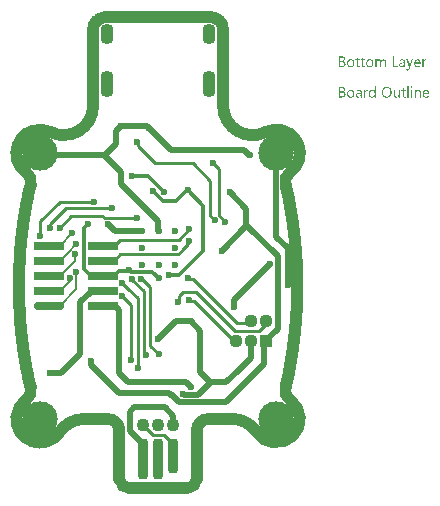
<source format=gbl>
G04*
G04 #@! TF.GenerationSoftware,Altium Limited,Altium Designer,21.9.2 (33)*
G04*
G04 Layer_Physical_Order=2*
G04 Layer_Color=16711680*
%FSAX25Y25*%
%MOIN*%
G70*
G04*
G04 #@! TF.SameCoordinates,9B662772-510A-46F8-AEF7-6368D3D20965*
G04*
G04*
G04 #@! TF.FilePolarity,Positive*
G04*
G01*
G75*
%ADD10C,0.01968*%
%ADD11C,0.01181*%
%ADD14C,0.00787*%
%ADD16C,0.03937*%
%ADD63C,0.04370*%
%ADD69C,0.00984*%
%ADD70C,0.01378*%
%ADD71C,0.02362*%
G04:AMPARAMS|DCode=72|XSize=43.31mil|YSize=66.93mil|CornerRadius=19.49mil|HoleSize=0mil|Usage=FLASHONLY|Rotation=180.000|XOffset=0mil|YOffset=0mil|HoleType=Round|Shape=RoundedRectangle|*
%AMROUNDEDRECTD72*
21,1,0.04331,0.02795,0,0,180.0*
21,1,0.00433,0.06693,0,0,180.0*
1,1,0.03898,-0.00217,0.01398*
1,1,0.03898,0.00217,0.01398*
1,1,0.03898,0.00217,-0.01398*
1,1,0.03898,-0.00217,-0.01398*
%
%ADD72ROUNDEDRECTD72*%
G04:AMPARAMS|DCode=73|XSize=43.31mil|YSize=86.61mil|CornerRadius=19.49mil|HoleSize=0mil|Usage=FLASHONLY|Rotation=180.000|XOffset=0mil|YOffset=0mil|HoleType=Round|Shape=RoundedRectangle|*
%AMROUNDEDRECTD73*
21,1,0.04331,0.04764,0,0,180.0*
21,1,0.00433,0.08661,0,0,180.0*
1,1,0.03898,-0.00217,0.02382*
1,1,0.03898,0.00217,0.02382*
1,1,0.03898,0.00217,-0.02382*
1,1,0.03898,-0.00217,-0.02382*
%
%ADD73ROUNDEDRECTD73*%
%ADD74C,0.11811*%
%ADD75R,0.04370X0.04370*%
G04:AMPARAMS|DCode=76|XSize=100mil|YSize=25mil|CornerRadius=6.25mil|HoleSize=0mil|Usage=FLASHONLY|Rotation=0.000|XOffset=0mil|YOffset=0mil|HoleType=Round|Shape=RoundedRectangle|*
%AMROUNDEDRECTD76*
21,1,0.10000,0.01250,0,0,0.0*
21,1,0.08750,0.02500,0,0,0.0*
1,1,0.01250,0.04375,-0.00625*
1,1,0.01250,-0.04375,-0.00625*
1,1,0.01250,-0.04375,0.00625*
1,1,0.01250,0.04375,0.00625*
%
%ADD76ROUNDEDRECTD76*%
%ADD77R,0.10000X0.02500*%
G04:AMPARAMS|DCode=78|XSize=35.43mil|YSize=135.83mil|CornerRadius=13.82mil|HoleSize=0mil|Usage=FLASHONLY|Rotation=180.000|XOffset=0mil|YOffset=0mil|HoleType=Round|Shape=RoundedRectangle|*
%AMROUNDEDRECTD78*
21,1,0.03543,0.10819,0,0,180.0*
21,1,0.00780,0.13583,0,0,180.0*
1,1,0.02764,-0.00390,0.05409*
1,1,0.02764,0.00390,0.05409*
1,1,0.02764,0.00390,-0.05409*
1,1,0.02764,-0.00390,-0.05409*
%
%ADD78ROUNDEDRECTD78*%
G04:AMPARAMS|DCode=79|XSize=35.43mil|YSize=116.14mil|CornerRadius=13.82mil|HoleSize=0mil|Usage=FLASHONLY|Rotation=180.000|XOffset=0mil|YOffset=0mil|HoleType=Round|Shape=RoundedRectangle|*
%AMROUNDEDRECTD79*
21,1,0.03543,0.08850,0,0,180.0*
21,1,0.00780,0.11614,0,0,180.0*
1,1,0.02764,-0.00390,0.04425*
1,1,0.02764,0.00390,0.04425*
1,1,0.02764,0.00390,-0.04425*
1,1,0.02764,-0.00390,-0.04425*
%
%ADD79ROUNDEDRECTD79*%
%ADD80C,0.04331*%
G36*
X0075271Y0075595D02*
X0075327Y0075583D01*
X0075389Y0075571D01*
X0075457Y0075546D01*
X0075537Y0075515D01*
X0075612Y0075472D01*
X0075692Y0075422D01*
X0075766Y0075354D01*
X0075834Y0075267D01*
X0075896Y0075168D01*
X0075952Y0075057D01*
X0075989Y0074914D01*
X0076020Y0074760D01*
X0076026Y0074580D01*
Y0073033D01*
X0075624D01*
Y0074475D01*
Y0074481D01*
Y0074493D01*
Y0074512D01*
Y0074543D01*
X0075618Y0074617D01*
X0075605Y0074704D01*
X0075593Y0074803D01*
X0075568Y0074902D01*
X0075537Y0074995D01*
X0075494Y0075075D01*
X0075488Y0075082D01*
X0075469Y0075106D01*
X0075438Y0075137D01*
X0075389Y0075168D01*
X0075333Y0075205D01*
X0075259Y0075230D01*
X0075166Y0075255D01*
X0075061Y0075261D01*
X0075048D01*
X0075017Y0075255D01*
X0074968Y0075249D01*
X0074906Y0075230D01*
X0074838Y0075205D01*
X0074764Y0075162D01*
X0074689Y0075106D01*
X0074621Y0075026D01*
X0074615Y0075014D01*
X0074596Y0074983D01*
X0074565Y0074933D01*
X0074534Y0074865D01*
X0074497Y0074784D01*
X0074473Y0074692D01*
X0074448Y0074580D01*
X0074442Y0074463D01*
Y0073033D01*
X0074039D01*
Y0074524D01*
Y0074531D01*
Y0074555D01*
X0074033Y0074593D01*
Y0074642D01*
X0074021Y0074698D01*
X0074008Y0074760D01*
X0073990Y0074822D01*
X0073971Y0074896D01*
X0073940Y0074964D01*
X0073903Y0075026D01*
X0073854Y0075088D01*
X0073798Y0075143D01*
X0073736Y0075193D01*
X0073655Y0075230D01*
X0073569Y0075255D01*
X0073470Y0075261D01*
X0073457D01*
X0073427Y0075255D01*
X0073377Y0075249D01*
X0073315Y0075236D01*
X0073247Y0075205D01*
X0073173Y0075168D01*
X0073098Y0075112D01*
X0073030Y0075038D01*
X0073024Y0075026D01*
X0073006Y0075001D01*
X0072975Y0074952D01*
X0072944Y0074884D01*
X0072913Y0074803D01*
X0072882Y0074704D01*
X0072863Y0074593D01*
X0072857Y0074463D01*
Y0073033D01*
X0072455D01*
Y0075546D01*
X0072857D01*
Y0075143D01*
X0072869D01*
X0072876Y0075150D01*
X0072882Y0075162D01*
X0072900Y0075187D01*
X0072919Y0075218D01*
X0072981Y0075286D01*
X0073067Y0075372D01*
X0073179Y0075459D01*
X0073309Y0075527D01*
X0073389Y0075558D01*
X0073470Y0075583D01*
X0073557Y0075595D01*
X0073649Y0075602D01*
X0073693D01*
X0073742Y0075595D01*
X0073804Y0075583D01*
X0073872Y0075564D01*
X0073946Y0075540D01*
X0074021Y0075509D01*
X0074095Y0075459D01*
X0074101Y0075453D01*
X0074126Y0075434D01*
X0074157Y0075403D01*
X0074200Y0075360D01*
X0074244Y0075304D01*
X0074287Y0075243D01*
X0074330Y0075168D01*
X0074361Y0075082D01*
X0074367Y0075088D01*
X0074374Y0075106D01*
X0074392Y0075131D01*
X0074411Y0075162D01*
X0074442Y0075205D01*
X0074479Y0075249D01*
X0074522Y0075292D01*
X0074572Y0075341D01*
X0074627Y0075391D01*
X0074689Y0075434D01*
X0074757Y0075484D01*
X0074832Y0075521D01*
X0074912Y0075552D01*
X0074999Y0075577D01*
X0075098Y0075595D01*
X0075197Y0075602D01*
X0075234D01*
X0075271Y0075595D01*
D02*
G37*
G36*
X0089304Y0075583D02*
X0089378Y0075577D01*
X0089421Y0075564D01*
X0089452Y0075552D01*
Y0075137D01*
X0089446Y0075143D01*
X0089434Y0075150D01*
X0089409Y0075162D01*
X0089378Y0075181D01*
X0089335Y0075193D01*
X0089279Y0075205D01*
X0089217Y0075212D01*
X0089149Y0075218D01*
X0089137D01*
X0089106Y0075212D01*
X0089056Y0075205D01*
X0089000Y0075187D01*
X0088926Y0075156D01*
X0088858Y0075112D01*
X0088784Y0075051D01*
X0088716Y0074970D01*
X0088710Y0074958D01*
X0088691Y0074927D01*
X0088660Y0074871D01*
X0088629Y0074797D01*
X0088598Y0074704D01*
X0088567Y0074586D01*
X0088549Y0074456D01*
X0088542Y0074308D01*
Y0073033D01*
X0088140D01*
Y0075546D01*
X0088542D01*
Y0075026D01*
X0088555D01*
Y0075032D01*
X0088561Y0075038D01*
X0088573Y0075069D01*
X0088592Y0075119D01*
X0088623Y0075181D01*
X0088654Y0075243D01*
X0088703Y0075311D01*
X0088753Y0075379D01*
X0088815Y0075441D01*
X0088821Y0075447D01*
X0088846Y0075465D01*
X0088883Y0075490D01*
X0088932Y0075515D01*
X0088988Y0075540D01*
X0089056Y0075564D01*
X0089131Y0075583D01*
X0089211Y0075589D01*
X0089267D01*
X0089304Y0075583D01*
D02*
G37*
G36*
X0083925Y0072630D02*
X0083918Y0072624D01*
X0083912Y0072599D01*
X0083894Y0072556D01*
X0083869Y0072506D01*
X0083838Y0072451D01*
X0083795Y0072383D01*
X0083751Y0072315D01*
X0083702Y0072240D01*
X0083640Y0072166D01*
X0083578Y0072098D01*
X0083504Y0072030D01*
X0083423Y0071974D01*
X0083343Y0071925D01*
X0083250Y0071881D01*
X0083157Y0071857D01*
X0083052Y0071850D01*
X0082996D01*
X0082959Y0071857D01*
X0082879Y0071869D01*
X0082792Y0071887D01*
Y0072246D01*
X0082798D01*
X0082817Y0072240D01*
X0082841Y0072234D01*
X0082872Y0072228D01*
X0082947Y0072209D01*
X0083027Y0072203D01*
X0083039D01*
X0083077Y0072209D01*
X0083132Y0072222D01*
X0083201Y0072246D01*
X0083275Y0072290D01*
X0083312Y0072321D01*
X0083349Y0072358D01*
X0083386Y0072395D01*
X0083423Y0072445D01*
X0083454Y0072500D01*
X0083485Y0072562D01*
X0083689Y0073033D01*
X0082705Y0075546D01*
X0083151D01*
X0083832Y0073608D01*
Y0073602D01*
X0083838Y0073590D01*
X0083844Y0073571D01*
X0083850Y0073546D01*
X0083857Y0073509D01*
X0083869Y0073472D01*
X0083881Y0073416D01*
X0083900D01*
Y0073429D01*
X0083912Y0073466D01*
X0083925Y0073522D01*
X0083950Y0073602D01*
X0084661Y0075546D01*
X0085076D01*
X0083925Y0072630D01*
D02*
G37*
G36*
X0081517Y0075595D02*
X0081573Y0075589D01*
X0081641Y0075571D01*
X0081715Y0075552D01*
X0081795Y0075521D01*
X0081882Y0075484D01*
X0081963Y0075434D01*
X0082043Y0075372D01*
X0082117Y0075298D01*
X0082185Y0075205D01*
X0082241Y0075100D01*
X0082284Y0074976D01*
X0082309Y0074834D01*
X0082322Y0074667D01*
Y0073033D01*
X0081919D01*
Y0073423D01*
X0081907D01*
Y0073416D01*
X0081894Y0073404D01*
X0081882Y0073379D01*
X0081857Y0073355D01*
X0081795Y0073280D01*
X0081715Y0073200D01*
X0081603Y0073119D01*
X0081473Y0073045D01*
X0081393Y0073020D01*
X0081313Y0072996D01*
X0081226Y0072983D01*
X0081133Y0072977D01*
X0081096D01*
X0081071Y0072983D01*
X0081003Y0072989D01*
X0080923Y0073002D01*
X0080823Y0073027D01*
X0080731Y0073057D01*
X0080632Y0073107D01*
X0080545Y0073169D01*
X0080539Y0073181D01*
X0080514Y0073206D01*
X0080477Y0073249D01*
X0080440Y0073311D01*
X0080403Y0073386D01*
X0080366Y0073472D01*
X0080341Y0073577D01*
X0080335Y0073695D01*
Y0073701D01*
Y0073726D01*
X0080341Y0073763D01*
X0080347Y0073806D01*
X0080359Y0073862D01*
X0080378Y0073924D01*
X0080403Y0073992D01*
X0080440Y0074060D01*
X0080483Y0074134D01*
X0080539Y0074209D01*
X0080607Y0074277D01*
X0080687Y0074339D01*
X0080780Y0074401D01*
X0080892Y0074450D01*
X0081015Y0074487D01*
X0081164Y0074518D01*
X0081919Y0074624D01*
Y0074630D01*
Y0074648D01*
X0081913Y0074685D01*
Y0074722D01*
X0081901Y0074772D01*
X0081894Y0074828D01*
X0081857Y0074945D01*
X0081826Y0075001D01*
X0081795Y0075057D01*
X0081752Y0075112D01*
X0081703Y0075162D01*
X0081641Y0075205D01*
X0081573Y0075236D01*
X0081492Y0075255D01*
X0081399Y0075261D01*
X0081356D01*
X0081325Y0075255D01*
X0081282D01*
X0081238Y0075243D01*
X0081127Y0075224D01*
X0081003Y0075187D01*
X0080867Y0075131D01*
X0080793Y0075094D01*
X0080725Y0075057D01*
X0080650Y0075007D01*
X0080582Y0074952D01*
Y0075366D01*
X0080588D01*
X0080601Y0075379D01*
X0080619Y0075391D01*
X0080650Y0075403D01*
X0080681Y0075422D01*
X0080725Y0075441D01*
X0080774Y0075459D01*
X0080830Y0075484D01*
X0080954Y0075527D01*
X0081102Y0075564D01*
X0081263Y0075589D01*
X0081436Y0075602D01*
X0081473D01*
X0081517Y0075595D01*
D02*
G37*
G36*
X0078626Y0073404D02*
X0080037D01*
Y0073033D01*
X0078211D01*
Y0076549D01*
X0078626D01*
Y0073404D01*
D02*
G37*
G36*
X0061412Y0076542D02*
X0061455D01*
X0061498Y0076536D01*
X0061597Y0076524D01*
X0061715Y0076493D01*
X0061839Y0076456D01*
X0061956Y0076400D01*
X0062062Y0076326D01*
X0062068D01*
X0062074Y0076313D01*
X0062105Y0076289D01*
X0062148Y0076239D01*
X0062198Y0076171D01*
X0062241Y0076084D01*
X0062284Y0075985D01*
X0062315Y0075874D01*
X0062328Y0075812D01*
Y0075744D01*
Y0075738D01*
Y0075731D01*
Y0075694D01*
X0062322Y0075639D01*
X0062309Y0075571D01*
X0062291Y0075484D01*
X0062260Y0075397D01*
X0062223Y0075311D01*
X0062167Y0075224D01*
X0062161Y0075212D01*
X0062136Y0075187D01*
X0062099Y0075150D01*
X0062049Y0075100D01*
X0061987Y0075051D01*
X0061913Y0074995D01*
X0061820Y0074952D01*
X0061721Y0074908D01*
Y0074902D01*
X0061740D01*
X0061758Y0074896D01*
X0061777Y0074890D01*
X0061845Y0074877D01*
X0061926Y0074853D01*
X0062012Y0074815D01*
X0062105Y0074772D01*
X0062198Y0074710D01*
X0062284Y0074630D01*
X0062297Y0074617D01*
X0062322Y0074586D01*
X0062353Y0074543D01*
X0062396Y0074475D01*
X0062433Y0074388D01*
X0062470Y0074289D01*
X0062495Y0074172D01*
X0062501Y0074042D01*
Y0074036D01*
Y0074023D01*
Y0073998D01*
X0062495Y0073967D01*
X0062489Y0073930D01*
X0062483Y0073887D01*
X0062458Y0073782D01*
X0062421Y0073664D01*
X0062365Y0073540D01*
X0062328Y0073484D01*
X0062284Y0073423D01*
X0062229Y0073367D01*
X0062173Y0073311D01*
X0062167D01*
X0062161Y0073299D01*
X0062142Y0073286D01*
X0062117Y0073268D01*
X0062086Y0073249D01*
X0062043Y0073225D01*
X0061950Y0073175D01*
X0061833Y0073119D01*
X0061696Y0073076D01*
X0061536Y0073045D01*
X0061455Y0073039D01*
X0061362Y0073033D01*
X0060335D01*
Y0076549D01*
X0061381D01*
X0061412Y0076542D01*
D02*
G37*
G36*
X0068338Y0075546D02*
X0068976D01*
Y0075199D01*
X0068338D01*
Y0073782D01*
Y0073769D01*
Y0073738D01*
X0068344Y0073695D01*
X0068351Y0073639D01*
X0068375Y0073522D01*
X0068394Y0073466D01*
X0068425Y0073423D01*
X0068431Y0073416D01*
X0068444Y0073404D01*
X0068462Y0073392D01*
X0068493Y0073373D01*
X0068530Y0073348D01*
X0068580Y0073336D01*
X0068642Y0073324D01*
X0068710Y0073317D01*
X0068735D01*
X0068765Y0073324D01*
X0068802Y0073330D01*
X0068889Y0073355D01*
X0068932Y0073373D01*
X0068976Y0073398D01*
Y0073051D01*
X0068970D01*
X0068951Y0073039D01*
X0068920Y0073033D01*
X0068877Y0073020D01*
X0068821Y0073008D01*
X0068759Y0072996D01*
X0068685Y0072989D01*
X0068598Y0072983D01*
X0068567D01*
X0068536Y0072989D01*
X0068493Y0072996D01*
X0068444Y0073008D01*
X0068388Y0073020D01*
X0068332Y0073045D01*
X0068270Y0073076D01*
X0068208Y0073113D01*
X0068146Y0073163D01*
X0068091Y0073218D01*
X0068041Y0073293D01*
X0067998Y0073373D01*
X0067967Y0073472D01*
X0067942Y0073584D01*
X0067936Y0073714D01*
Y0075199D01*
X0067509D01*
Y0075546D01*
X0067936D01*
Y0076159D01*
X0068338Y0076289D01*
Y0075546D01*
D02*
G37*
G36*
X0066636D02*
X0067274D01*
Y0075199D01*
X0066636D01*
Y0073782D01*
Y0073769D01*
Y0073738D01*
X0066642Y0073695D01*
X0066648Y0073639D01*
X0066673Y0073522D01*
X0066692Y0073466D01*
X0066723Y0073423D01*
X0066729Y0073416D01*
X0066741Y0073404D01*
X0066760Y0073392D01*
X0066791Y0073373D01*
X0066828Y0073348D01*
X0066878Y0073336D01*
X0066939Y0073324D01*
X0067007Y0073317D01*
X0067032D01*
X0067063Y0073324D01*
X0067100Y0073330D01*
X0067187Y0073355D01*
X0067230Y0073373D01*
X0067274Y0073398D01*
Y0073051D01*
X0067267D01*
X0067249Y0073039D01*
X0067218Y0073033D01*
X0067175Y0073020D01*
X0067119Y0073008D01*
X0067057Y0072996D01*
X0066983Y0072989D01*
X0066896Y0072983D01*
X0066865D01*
X0066834Y0072989D01*
X0066791Y0072996D01*
X0066741Y0073008D01*
X0066686Y0073020D01*
X0066630Y0073045D01*
X0066568Y0073076D01*
X0066506Y0073113D01*
X0066444Y0073163D01*
X0066388Y0073218D01*
X0066339Y0073293D01*
X0066296Y0073373D01*
X0066265Y0073472D01*
X0066240Y0073584D01*
X0066234Y0073714D01*
Y0075199D01*
X0065807D01*
Y0075546D01*
X0066234D01*
Y0076159D01*
X0066636Y0076289D01*
Y0075546D01*
D02*
G37*
G36*
X0086580Y0075595D02*
X0086624Y0075589D01*
X0086667Y0075583D01*
X0086778Y0075564D01*
X0086902Y0075521D01*
X0087026Y0075465D01*
X0087088Y0075428D01*
X0087150Y0075385D01*
X0087205Y0075335D01*
X0087261Y0075280D01*
X0087267Y0075274D01*
X0087274Y0075267D01*
X0087286Y0075249D01*
X0087305Y0075224D01*
X0087323Y0075187D01*
X0087348Y0075150D01*
X0087373Y0075106D01*
X0087397Y0075051D01*
X0087422Y0074989D01*
X0087447Y0074927D01*
X0087472Y0074853D01*
X0087490Y0074772D01*
X0087509Y0074685D01*
X0087521Y0074599D01*
X0087533Y0074500D01*
Y0074395D01*
Y0074184D01*
X0085757D01*
Y0074178D01*
Y0074165D01*
Y0074147D01*
X0085763Y0074116D01*
X0085769Y0074079D01*
Y0074042D01*
X0085788Y0073943D01*
X0085819Y0073844D01*
X0085856Y0073732D01*
X0085912Y0073627D01*
X0085980Y0073534D01*
X0085992Y0073522D01*
X0086017Y0073497D01*
X0086067Y0073466D01*
X0086135Y0073423D01*
X0086221Y0073379D01*
X0086320Y0073348D01*
X0086438Y0073324D01*
X0086574Y0073311D01*
X0086617D01*
X0086648Y0073317D01*
X0086686D01*
X0086729Y0073324D01*
X0086834Y0073348D01*
X0086952Y0073379D01*
X0087082Y0073429D01*
X0087218Y0073497D01*
X0087286Y0073540D01*
X0087354Y0073590D01*
Y0073212D01*
X0087348D01*
X0087342Y0073200D01*
X0087323Y0073194D01*
X0087292Y0073175D01*
X0087261Y0073156D01*
X0087224Y0073138D01*
X0087174Y0073119D01*
X0087125Y0073095D01*
X0087063Y0073070D01*
X0086995Y0073051D01*
X0086846Y0073014D01*
X0086673Y0072989D01*
X0086481Y0072977D01*
X0086432D01*
X0086395Y0072983D01*
X0086351Y0072989D01*
X0086295Y0072996D01*
X0086178Y0073020D01*
X0086042Y0073057D01*
X0085905Y0073119D01*
X0085837Y0073163D01*
X0085769Y0073206D01*
X0085707Y0073255D01*
X0085646Y0073317D01*
X0085639Y0073324D01*
X0085633Y0073336D01*
X0085621Y0073355D01*
X0085596Y0073379D01*
X0085577Y0073416D01*
X0085553Y0073460D01*
X0085522Y0073509D01*
X0085497Y0073565D01*
X0085466Y0073627D01*
X0085441Y0073701D01*
X0085410Y0073782D01*
X0085392Y0073868D01*
X0085373Y0073961D01*
X0085355Y0074060D01*
X0085348Y0074165D01*
X0085342Y0074277D01*
Y0074283D01*
Y0074302D01*
Y0074333D01*
X0085348Y0074376D01*
X0085355Y0074425D01*
X0085361Y0074481D01*
X0085367Y0074549D01*
X0085386Y0074617D01*
X0085423Y0074766D01*
X0085478Y0074927D01*
X0085515Y0075007D01*
X0085565Y0075082D01*
X0085615Y0075162D01*
X0085670Y0075230D01*
X0085676Y0075236D01*
X0085689Y0075249D01*
X0085707Y0075267D01*
X0085732Y0075286D01*
X0085763Y0075317D01*
X0085800Y0075348D01*
X0085850Y0075379D01*
X0085899Y0075416D01*
X0086017Y0075484D01*
X0086159Y0075546D01*
X0086240Y0075564D01*
X0086320Y0075583D01*
X0086407Y0075595D01*
X0086500Y0075602D01*
X0086549D01*
X0086580Y0075595D01*
D02*
G37*
G36*
X0070715D02*
X0070759Y0075589D01*
X0070814Y0075583D01*
X0070938Y0075558D01*
X0071080Y0075515D01*
X0071223Y0075453D01*
X0071297Y0075416D01*
X0071365Y0075372D01*
X0071433Y0075317D01*
X0071495Y0075255D01*
X0071501Y0075249D01*
X0071508Y0075236D01*
X0071526Y0075218D01*
X0071545Y0075193D01*
X0071570Y0075156D01*
X0071594Y0075112D01*
X0071625Y0075063D01*
X0071656Y0075007D01*
X0071681Y0074939D01*
X0071712Y0074871D01*
X0071737Y0074791D01*
X0071761Y0074704D01*
X0071780Y0074611D01*
X0071798Y0074512D01*
X0071805Y0074407D01*
X0071811Y0074295D01*
Y0074289D01*
Y0074271D01*
Y0074240D01*
X0071805Y0074196D01*
X0071798Y0074147D01*
X0071792Y0074085D01*
X0071780Y0074023D01*
X0071768Y0073949D01*
X0071730Y0073800D01*
X0071668Y0073639D01*
X0071631Y0073559D01*
X0071582Y0073478D01*
X0071532Y0073404D01*
X0071470Y0073336D01*
X0071464Y0073330D01*
X0071452Y0073324D01*
X0071433Y0073305D01*
X0071408Y0073280D01*
X0071371Y0073255D01*
X0071334Y0073225D01*
X0071285Y0073187D01*
X0071229Y0073156D01*
X0071167Y0073125D01*
X0071099Y0073088D01*
X0071025Y0073057D01*
X0070944Y0073033D01*
X0070858Y0073008D01*
X0070765Y0072996D01*
X0070666Y0072983D01*
X0070560Y0072977D01*
X0070505D01*
X0070468Y0072983D01*
X0070424Y0072989D01*
X0070369Y0072996D01*
X0070307Y0073008D01*
X0070239Y0073020D01*
X0070096Y0073064D01*
X0069948Y0073125D01*
X0069873Y0073163D01*
X0069805Y0073212D01*
X0069737Y0073262D01*
X0069669Y0073324D01*
X0069663Y0073330D01*
X0069657Y0073342D01*
X0069638Y0073361D01*
X0069620Y0073386D01*
X0069595Y0073423D01*
X0069564Y0073466D01*
X0069533Y0073515D01*
X0069508Y0073571D01*
X0069477Y0073639D01*
X0069446Y0073707D01*
X0069415Y0073782D01*
X0069391Y0073868D01*
X0069353Y0074054D01*
X0069347Y0074153D01*
X0069341Y0074258D01*
Y0074265D01*
Y0074289D01*
Y0074320D01*
X0069347Y0074363D01*
X0069353Y0074413D01*
X0069360Y0074475D01*
X0069372Y0074543D01*
X0069384Y0074617D01*
X0069422Y0074778D01*
X0069484Y0074939D01*
X0069527Y0075020D01*
X0069570Y0075100D01*
X0069620Y0075174D01*
X0069682Y0075243D01*
X0069688Y0075249D01*
X0069700Y0075261D01*
X0069719Y0075274D01*
X0069743Y0075298D01*
X0069781Y0075323D01*
X0069824Y0075354D01*
X0069873Y0075391D01*
X0069929Y0075422D01*
X0069991Y0075453D01*
X0070065Y0075490D01*
X0070140Y0075521D01*
X0070226Y0075546D01*
X0070313Y0075571D01*
X0070412Y0075589D01*
X0070517Y0075595D01*
X0070622Y0075602D01*
X0070678D01*
X0070715Y0075595D01*
D02*
G37*
G36*
X0064364D02*
X0064408Y0075589D01*
X0064463Y0075583D01*
X0064587Y0075558D01*
X0064729Y0075515D01*
X0064872Y0075453D01*
X0064946Y0075416D01*
X0065014Y0075372D01*
X0065082Y0075317D01*
X0065144Y0075255D01*
X0065150Y0075249D01*
X0065157Y0075236D01*
X0065175Y0075218D01*
X0065194Y0075193D01*
X0065219Y0075156D01*
X0065243Y0075112D01*
X0065274Y0075063D01*
X0065305Y0075007D01*
X0065330Y0074939D01*
X0065361Y0074871D01*
X0065386Y0074791D01*
X0065410Y0074704D01*
X0065429Y0074611D01*
X0065448Y0074512D01*
X0065454Y0074407D01*
X0065460Y0074295D01*
Y0074289D01*
Y0074271D01*
Y0074240D01*
X0065454Y0074196D01*
X0065448Y0074147D01*
X0065441Y0074085D01*
X0065429Y0074023D01*
X0065417Y0073949D01*
X0065380Y0073800D01*
X0065318Y0073639D01*
X0065280Y0073559D01*
X0065231Y0073478D01*
X0065181Y0073404D01*
X0065119Y0073336D01*
X0065113Y0073330D01*
X0065101Y0073324D01*
X0065082Y0073305D01*
X0065058Y0073280D01*
X0065021Y0073255D01*
X0064983Y0073225D01*
X0064934Y0073187D01*
X0064878Y0073156D01*
X0064816Y0073125D01*
X0064748Y0073088D01*
X0064674Y0073057D01*
X0064593Y0073033D01*
X0064507Y0073008D01*
X0064414Y0072996D01*
X0064315Y0072983D01*
X0064210Y0072977D01*
X0064154D01*
X0064117Y0072983D01*
X0064073Y0072989D01*
X0064018Y0072996D01*
X0063956Y0073008D01*
X0063888Y0073020D01*
X0063745Y0073064D01*
X0063597Y0073125D01*
X0063522Y0073163D01*
X0063454Y0073212D01*
X0063386Y0073262D01*
X0063318Y0073324D01*
X0063312Y0073330D01*
X0063306Y0073342D01*
X0063287Y0073361D01*
X0063269Y0073386D01*
X0063244Y0073423D01*
X0063213Y0073466D01*
X0063182Y0073515D01*
X0063157Y0073571D01*
X0063126Y0073639D01*
X0063095Y0073707D01*
X0063064Y0073782D01*
X0063040Y0073868D01*
X0063003Y0074054D01*
X0062996Y0074153D01*
X0062990Y0074258D01*
Y0074265D01*
Y0074289D01*
Y0074320D01*
X0062996Y0074363D01*
X0063003Y0074413D01*
X0063009Y0074475D01*
X0063021Y0074543D01*
X0063033Y0074617D01*
X0063071Y0074778D01*
X0063133Y0074939D01*
X0063176Y0075020D01*
X0063219Y0075100D01*
X0063269Y0075174D01*
X0063331Y0075243D01*
X0063337Y0075249D01*
X0063349Y0075261D01*
X0063368Y0075274D01*
X0063393Y0075298D01*
X0063430Y0075323D01*
X0063473Y0075354D01*
X0063522Y0075391D01*
X0063578Y0075422D01*
X0063640Y0075453D01*
X0063714Y0075490D01*
X0063789Y0075521D01*
X0063875Y0075546D01*
X0063962Y0075571D01*
X0064061Y0075589D01*
X0064166Y0075595D01*
X0064271Y0075602D01*
X0064327D01*
X0064364Y0075595D01*
D02*
G37*
G36*
X0084544Y0066515D02*
X0084569D01*
X0084624Y0066491D01*
X0084655Y0066472D01*
X0084686Y0066447D01*
X0084692Y0066441D01*
X0084698Y0066435D01*
X0084729Y0066398D01*
X0084754Y0066336D01*
X0084760Y0066299D01*
X0084767Y0066262D01*
Y0066255D01*
Y0066243D01*
X0084760Y0066224D01*
X0084754Y0066200D01*
X0084736Y0066138D01*
X0084711Y0066107D01*
X0084686Y0066076D01*
X0084680D01*
X0084674Y0066064D01*
X0084637Y0066039D01*
X0084581Y0066014D01*
X0084544Y0066008D01*
X0084507Y0066002D01*
X0084488D01*
X0084469Y0066008D01*
X0084445D01*
X0084383Y0066033D01*
X0084352Y0066045D01*
X0084321Y0066070D01*
Y0066076D01*
X0084308Y0066082D01*
X0084296Y0066101D01*
X0084284Y0066119D01*
X0084259Y0066181D01*
X0084253Y0066218D01*
X0084247Y0066262D01*
Y0066268D01*
Y0066280D01*
X0084253Y0066299D01*
X0084259Y0066330D01*
X0084277Y0066386D01*
X0084296Y0066416D01*
X0084321Y0066447D01*
X0084327Y0066453D01*
X0084333Y0066460D01*
X0084370Y0066484D01*
X0084432Y0066509D01*
X0084469Y0066522D01*
X0084525D01*
X0084544Y0066515D01*
D02*
G37*
G36*
X0072554Y0062851D02*
X0072151D01*
Y0063272D01*
X0072139D01*
Y0063266D01*
X0072127Y0063253D01*
X0072108Y0063229D01*
X0072089Y0063198D01*
X0072058Y0063161D01*
X0072021Y0063123D01*
X0071978Y0063080D01*
X0071929Y0063037D01*
X0071873Y0062987D01*
X0071805Y0062944D01*
X0071737Y0062907D01*
X0071656Y0062870D01*
X0071576Y0062839D01*
X0071483Y0062814D01*
X0071384Y0062801D01*
X0071279Y0062795D01*
X0071235D01*
X0071198Y0062801D01*
X0071161Y0062808D01*
X0071111Y0062814D01*
X0071006Y0062839D01*
X0070882Y0062876D01*
X0070759Y0062938D01*
X0070691Y0062975D01*
X0070635Y0063018D01*
X0070573Y0063074D01*
X0070517Y0063130D01*
Y0063136D01*
X0070505Y0063148D01*
X0070492Y0063167D01*
X0070474Y0063191D01*
X0070455Y0063222D01*
X0070430Y0063266D01*
X0070406Y0063315D01*
X0070381Y0063371D01*
X0070350Y0063433D01*
X0070325Y0063501D01*
X0070301Y0063575D01*
X0070282Y0063656D01*
X0070263Y0063742D01*
X0070251Y0063841D01*
X0070245Y0063940D01*
X0070239Y0064046D01*
Y0064052D01*
Y0064070D01*
Y0064108D01*
X0070245Y0064151D01*
X0070251Y0064200D01*
X0070257Y0064262D01*
X0070263Y0064330D01*
X0070276Y0064405D01*
X0070313Y0064566D01*
X0070369Y0064733D01*
X0070406Y0064813D01*
X0070449Y0064894D01*
X0070492Y0064968D01*
X0070548Y0065042D01*
X0070554Y0065048D01*
X0070560Y0065061D01*
X0070579Y0065079D01*
X0070604Y0065104D01*
X0070635Y0065129D01*
X0070678Y0065160D01*
X0070722Y0065197D01*
X0070771Y0065234D01*
X0070895Y0065302D01*
X0071037Y0065364D01*
X0071118Y0065383D01*
X0071204Y0065401D01*
X0071291Y0065414D01*
X0071390Y0065420D01*
X0071439D01*
X0071477Y0065414D01*
X0071514Y0065407D01*
X0071563Y0065401D01*
X0071675Y0065370D01*
X0071798Y0065321D01*
X0071860Y0065290D01*
X0071922Y0065246D01*
X0071984Y0065203D01*
X0072040Y0065148D01*
X0072089Y0065086D01*
X0072139Y0065011D01*
X0072151D01*
Y0066571D01*
X0072554D01*
Y0062851D01*
D02*
G37*
G36*
X0086822Y0065414D02*
X0086896Y0065407D01*
X0086989Y0065389D01*
X0087088Y0065358D01*
X0087193Y0065308D01*
X0087298Y0065240D01*
X0087342Y0065203D01*
X0087385Y0065154D01*
X0087397Y0065141D01*
X0087422Y0065104D01*
X0087453Y0065042D01*
X0087496Y0064956D01*
X0087533Y0064850D01*
X0087571Y0064720D01*
X0087595Y0064566D01*
X0087602Y0064386D01*
Y0062851D01*
X0087199D01*
Y0064281D01*
Y0064287D01*
Y0064318D01*
X0087193Y0064355D01*
Y0064405D01*
X0087181Y0064467D01*
X0087168Y0064535D01*
X0087150Y0064609D01*
X0087125Y0064683D01*
X0087094Y0064758D01*
X0087057Y0064826D01*
X0087007Y0064894D01*
X0086952Y0064956D01*
X0086890Y0065005D01*
X0086809Y0065042D01*
X0086723Y0065073D01*
X0086617Y0065079D01*
X0086605D01*
X0086568Y0065073D01*
X0086512Y0065067D01*
X0086444Y0065048D01*
X0086364Y0065024D01*
X0086277Y0064980D01*
X0086197Y0064925D01*
X0086116Y0064850D01*
X0086110Y0064838D01*
X0086085Y0064813D01*
X0086054Y0064764D01*
X0086017Y0064696D01*
X0085980Y0064615D01*
X0085949Y0064516D01*
X0085924Y0064405D01*
X0085918Y0064281D01*
Y0062851D01*
X0085515D01*
Y0065364D01*
X0085918D01*
Y0064943D01*
X0085930D01*
X0085936Y0064949D01*
X0085943Y0064962D01*
X0085961Y0064986D01*
X0085986Y0065017D01*
X0086011Y0065055D01*
X0086048Y0065092D01*
X0086091Y0065135D01*
X0086141Y0065185D01*
X0086197Y0065228D01*
X0086258Y0065271D01*
X0086326Y0065308D01*
X0086401Y0065346D01*
X0086475Y0065377D01*
X0086562Y0065401D01*
X0086655Y0065414D01*
X0086753Y0065420D01*
X0086791D01*
X0086822Y0065414D01*
D02*
G37*
G36*
X0069824Y0065401D02*
X0069898Y0065395D01*
X0069942Y0065383D01*
X0069972Y0065370D01*
Y0064956D01*
X0069966Y0064962D01*
X0069954Y0064968D01*
X0069929Y0064980D01*
X0069898Y0064999D01*
X0069855Y0065011D01*
X0069799Y0065024D01*
X0069737Y0065030D01*
X0069669Y0065036D01*
X0069657D01*
X0069626Y0065030D01*
X0069576Y0065024D01*
X0069521Y0065005D01*
X0069446Y0064974D01*
X0069378Y0064931D01*
X0069304Y0064869D01*
X0069236Y0064788D01*
X0069230Y0064776D01*
X0069211Y0064745D01*
X0069180Y0064689D01*
X0069149Y0064615D01*
X0069118Y0064522D01*
X0069087Y0064405D01*
X0069069Y0064275D01*
X0069063Y0064126D01*
Y0062851D01*
X0068660D01*
Y0065364D01*
X0069063D01*
Y0064844D01*
X0069075D01*
Y0064850D01*
X0069081Y0064856D01*
X0069094Y0064887D01*
X0069112Y0064937D01*
X0069143Y0064999D01*
X0069174Y0065061D01*
X0069223Y0065129D01*
X0069273Y0065197D01*
X0069335Y0065259D01*
X0069341Y0065265D01*
X0069366Y0065284D01*
X0069403Y0065308D01*
X0069453Y0065333D01*
X0069508Y0065358D01*
X0069576Y0065383D01*
X0069651Y0065401D01*
X0069731Y0065407D01*
X0069787D01*
X0069824Y0065401D01*
D02*
G37*
G36*
X0080563Y0062851D02*
X0080161D01*
Y0063247D01*
X0080149D01*
Y0063241D01*
X0080136Y0063229D01*
X0080124Y0063204D01*
X0080099Y0063179D01*
X0080044Y0063105D01*
X0079957Y0063024D01*
X0079907Y0062981D01*
X0079852Y0062938D01*
X0079790Y0062901D01*
X0079716Y0062863D01*
X0079641Y0062839D01*
X0079561Y0062814D01*
X0079468Y0062801D01*
X0079375Y0062795D01*
X0079338D01*
X0079295Y0062801D01*
X0079233Y0062814D01*
X0079165Y0062826D01*
X0079090Y0062851D01*
X0079010Y0062882D01*
X0078929Y0062931D01*
X0078843Y0062987D01*
X0078762Y0063055D01*
X0078688Y0063142D01*
X0078620Y0063247D01*
X0078558Y0063365D01*
X0078515Y0063507D01*
X0078490Y0063674D01*
X0078478Y0063761D01*
Y0063860D01*
Y0065364D01*
X0078874D01*
Y0063922D01*
Y0063916D01*
Y0063891D01*
X0078880Y0063848D01*
X0078886Y0063798D01*
X0078892Y0063736D01*
X0078905Y0063674D01*
X0078923Y0063600D01*
X0078948Y0063526D01*
X0078985Y0063451D01*
X0079022Y0063383D01*
X0079072Y0063315D01*
X0079134Y0063253D01*
X0079202Y0063204D01*
X0079282Y0063167D01*
X0079381Y0063136D01*
X0079487Y0063130D01*
X0079499D01*
X0079536Y0063136D01*
X0079592Y0063142D01*
X0079654Y0063154D01*
X0079734Y0063185D01*
X0079815Y0063222D01*
X0079895Y0063272D01*
X0079969Y0063346D01*
X0079975Y0063359D01*
X0080000Y0063383D01*
X0080031Y0063433D01*
X0080068Y0063501D01*
X0080099Y0063581D01*
X0080130Y0063680D01*
X0080155Y0063792D01*
X0080161Y0063916D01*
Y0065364D01*
X0080563D01*
Y0062851D01*
D02*
G37*
G36*
X0084698D02*
X0084296D01*
Y0065364D01*
X0084698D01*
Y0062851D01*
D02*
G37*
G36*
X0083479D02*
X0083077D01*
Y0066571D01*
X0083479D01*
Y0062851D01*
D02*
G37*
G36*
X0067100Y0065414D02*
X0067156Y0065407D01*
X0067224Y0065389D01*
X0067298Y0065370D01*
X0067379Y0065339D01*
X0067466Y0065302D01*
X0067546Y0065253D01*
X0067626Y0065191D01*
X0067701Y0065117D01*
X0067769Y0065024D01*
X0067825Y0064918D01*
X0067868Y0064795D01*
X0067893Y0064652D01*
X0067905Y0064485D01*
Y0062851D01*
X0067503D01*
Y0063241D01*
X0067490D01*
Y0063235D01*
X0067478Y0063222D01*
X0067466Y0063198D01*
X0067441Y0063173D01*
X0067379Y0063099D01*
X0067298Y0063018D01*
X0067187Y0062938D01*
X0067057Y0062863D01*
X0066976Y0062839D01*
X0066896Y0062814D01*
X0066809Y0062801D01*
X0066716Y0062795D01*
X0066679D01*
X0066655Y0062801D01*
X0066587Y0062808D01*
X0066506Y0062820D01*
X0066407Y0062845D01*
X0066314Y0062876D01*
X0066215Y0062925D01*
X0066128Y0062987D01*
X0066122Y0062999D01*
X0066097Y0063024D01*
X0066060Y0063068D01*
X0066023Y0063130D01*
X0065986Y0063204D01*
X0065949Y0063291D01*
X0065924Y0063396D01*
X0065918Y0063513D01*
Y0063520D01*
Y0063544D01*
X0065924Y0063581D01*
X0065930Y0063625D01*
X0065943Y0063680D01*
X0065961Y0063742D01*
X0065986Y0063810D01*
X0066023Y0063879D01*
X0066067Y0063953D01*
X0066122Y0064027D01*
X0066190Y0064095D01*
X0066271Y0064157D01*
X0066364Y0064219D01*
X0066475Y0064268D01*
X0066599Y0064306D01*
X0066747Y0064337D01*
X0067503Y0064442D01*
Y0064448D01*
Y0064467D01*
X0067497Y0064504D01*
Y0064541D01*
X0067484Y0064590D01*
X0067478Y0064646D01*
X0067441Y0064764D01*
X0067410Y0064819D01*
X0067379Y0064875D01*
X0067335Y0064931D01*
X0067286Y0064980D01*
X0067224Y0065024D01*
X0067156Y0065055D01*
X0067076Y0065073D01*
X0066983Y0065079D01*
X0066939D01*
X0066908Y0065073D01*
X0066865D01*
X0066822Y0065061D01*
X0066710Y0065042D01*
X0066587Y0065005D01*
X0066450Y0064949D01*
X0066376Y0064912D01*
X0066308Y0064875D01*
X0066234Y0064826D01*
X0066166Y0064770D01*
Y0065185D01*
X0066172D01*
X0066184Y0065197D01*
X0066203Y0065209D01*
X0066234Y0065222D01*
X0066265Y0065240D01*
X0066308Y0065259D01*
X0066357Y0065277D01*
X0066413Y0065302D01*
X0066537Y0065346D01*
X0066686Y0065383D01*
X0066847Y0065407D01*
X0067020Y0065420D01*
X0067057D01*
X0067100Y0065414D01*
D02*
G37*
G36*
X0061412Y0066361D02*
X0061455D01*
X0061498Y0066355D01*
X0061597Y0066342D01*
X0061715Y0066311D01*
X0061839Y0066274D01*
X0061956Y0066218D01*
X0062062Y0066144D01*
X0062068D01*
X0062074Y0066132D01*
X0062105Y0066107D01*
X0062148Y0066057D01*
X0062198Y0065989D01*
X0062241Y0065903D01*
X0062284Y0065804D01*
X0062315Y0065692D01*
X0062328Y0065630D01*
Y0065562D01*
Y0065556D01*
Y0065550D01*
Y0065513D01*
X0062322Y0065457D01*
X0062309Y0065389D01*
X0062291Y0065302D01*
X0062260Y0065215D01*
X0062223Y0065129D01*
X0062167Y0065042D01*
X0062161Y0065030D01*
X0062136Y0065005D01*
X0062099Y0064968D01*
X0062049Y0064918D01*
X0061987Y0064869D01*
X0061913Y0064813D01*
X0061820Y0064770D01*
X0061721Y0064727D01*
Y0064720D01*
X0061740D01*
X0061758Y0064714D01*
X0061777Y0064708D01*
X0061845Y0064696D01*
X0061926Y0064671D01*
X0062012Y0064634D01*
X0062105Y0064590D01*
X0062198Y0064529D01*
X0062284Y0064448D01*
X0062297Y0064436D01*
X0062322Y0064405D01*
X0062353Y0064361D01*
X0062396Y0064293D01*
X0062433Y0064207D01*
X0062470Y0064108D01*
X0062495Y0063990D01*
X0062501Y0063860D01*
Y0063854D01*
Y0063841D01*
Y0063817D01*
X0062495Y0063786D01*
X0062489Y0063749D01*
X0062483Y0063705D01*
X0062458Y0063600D01*
X0062421Y0063482D01*
X0062365Y0063359D01*
X0062328Y0063303D01*
X0062284Y0063241D01*
X0062229Y0063185D01*
X0062173Y0063130D01*
X0062167D01*
X0062161Y0063117D01*
X0062142Y0063105D01*
X0062117Y0063086D01*
X0062086Y0063068D01*
X0062043Y0063043D01*
X0061950Y0062993D01*
X0061833Y0062938D01*
X0061696Y0062894D01*
X0061536Y0062863D01*
X0061455Y0062857D01*
X0061362Y0062851D01*
X0060335D01*
Y0066367D01*
X0061381D01*
X0061412Y0066361D01*
D02*
G37*
G36*
X0081907Y0065364D02*
X0082544D01*
Y0065017D01*
X0081907D01*
Y0063600D01*
Y0063588D01*
Y0063557D01*
X0081913Y0063513D01*
X0081919Y0063458D01*
X0081944Y0063340D01*
X0081963Y0063284D01*
X0081993Y0063241D01*
X0082000Y0063235D01*
X0082012Y0063222D01*
X0082031Y0063210D01*
X0082061Y0063191D01*
X0082099Y0063167D01*
X0082148Y0063154D01*
X0082210Y0063142D01*
X0082278Y0063136D01*
X0082303D01*
X0082334Y0063142D01*
X0082371Y0063148D01*
X0082458Y0063173D01*
X0082501Y0063191D01*
X0082544Y0063216D01*
Y0062870D01*
X0082538D01*
X0082520Y0062857D01*
X0082489Y0062851D01*
X0082445Y0062839D01*
X0082390Y0062826D01*
X0082328Y0062814D01*
X0082253Y0062808D01*
X0082167Y0062801D01*
X0082136D01*
X0082105Y0062808D01*
X0082061Y0062814D01*
X0082012Y0062826D01*
X0081956Y0062839D01*
X0081901Y0062863D01*
X0081839Y0062894D01*
X0081777Y0062931D01*
X0081715Y0062981D01*
X0081659Y0063037D01*
X0081610Y0063111D01*
X0081566Y0063191D01*
X0081535Y0063291D01*
X0081511Y0063402D01*
X0081504Y0063532D01*
Y0065017D01*
X0081077D01*
Y0065364D01*
X0081504D01*
Y0065977D01*
X0081907Y0066107D01*
Y0065364D01*
D02*
G37*
G36*
X0089434Y0065414D02*
X0089477Y0065407D01*
X0089521Y0065401D01*
X0089632Y0065383D01*
X0089756Y0065339D01*
X0089880Y0065284D01*
X0089941Y0065246D01*
X0090003Y0065203D01*
X0090059Y0065154D01*
X0090115Y0065098D01*
X0090121Y0065092D01*
X0090127Y0065086D01*
X0090140Y0065067D01*
X0090158Y0065042D01*
X0090177Y0065005D01*
X0090201Y0064968D01*
X0090226Y0064925D01*
X0090251Y0064869D01*
X0090276Y0064807D01*
X0090300Y0064745D01*
X0090325Y0064671D01*
X0090344Y0064590D01*
X0090362Y0064504D01*
X0090375Y0064417D01*
X0090387Y0064318D01*
Y0064213D01*
Y0064002D01*
X0088611D01*
Y0063996D01*
Y0063984D01*
Y0063965D01*
X0088617Y0063934D01*
X0088623Y0063897D01*
Y0063860D01*
X0088642Y0063761D01*
X0088673Y0063662D01*
X0088710Y0063550D01*
X0088765Y0063445D01*
X0088833Y0063352D01*
X0088846Y0063340D01*
X0088871Y0063315D01*
X0088920Y0063284D01*
X0088988Y0063241D01*
X0089075Y0063198D01*
X0089174Y0063167D01*
X0089291Y0063142D01*
X0089428Y0063130D01*
X0089471D01*
X0089502Y0063136D01*
X0089539D01*
X0089582Y0063142D01*
X0089688Y0063167D01*
X0089805Y0063198D01*
X0089935Y0063247D01*
X0090071Y0063315D01*
X0090140Y0063359D01*
X0090208Y0063408D01*
Y0063030D01*
X0090201D01*
X0090195Y0063018D01*
X0090177Y0063012D01*
X0090146Y0062993D01*
X0090115Y0062975D01*
X0090078Y0062956D01*
X0090028Y0062938D01*
X0089978Y0062913D01*
X0089917Y0062888D01*
X0089849Y0062870D01*
X0089700Y0062832D01*
X0089527Y0062808D01*
X0089335Y0062795D01*
X0089285D01*
X0089248Y0062801D01*
X0089205Y0062808D01*
X0089149Y0062814D01*
X0089031Y0062839D01*
X0088895Y0062876D01*
X0088759Y0062938D01*
X0088691Y0062981D01*
X0088623Y0063024D01*
X0088561Y0063074D01*
X0088499Y0063136D01*
X0088493Y0063142D01*
X0088487Y0063154D01*
X0088474Y0063173D01*
X0088450Y0063198D01*
X0088431Y0063235D01*
X0088406Y0063278D01*
X0088375Y0063328D01*
X0088351Y0063383D01*
X0088320Y0063445D01*
X0088295Y0063520D01*
X0088264Y0063600D01*
X0088245Y0063687D01*
X0088227Y0063779D01*
X0088208Y0063879D01*
X0088202Y0063984D01*
X0088196Y0064095D01*
Y0064101D01*
Y0064120D01*
Y0064151D01*
X0088202Y0064194D01*
X0088208Y0064244D01*
X0088214Y0064299D01*
X0088221Y0064368D01*
X0088239Y0064436D01*
X0088276Y0064584D01*
X0088332Y0064745D01*
X0088369Y0064826D01*
X0088419Y0064900D01*
X0088468Y0064980D01*
X0088524Y0065048D01*
X0088530Y0065055D01*
X0088542Y0065067D01*
X0088561Y0065086D01*
X0088586Y0065104D01*
X0088617Y0065135D01*
X0088654Y0065166D01*
X0088703Y0065197D01*
X0088753Y0065234D01*
X0088871Y0065302D01*
X0089013Y0065364D01*
X0089093Y0065383D01*
X0089174Y0065401D01*
X0089261Y0065414D01*
X0089353Y0065420D01*
X0089403D01*
X0089434Y0065414D01*
D02*
G37*
G36*
X0076392Y0066423D02*
X0076453Y0066416D01*
X0076528Y0066404D01*
X0076608Y0066386D01*
X0076695Y0066367D01*
X0076781Y0066342D01*
X0076881Y0066311D01*
X0076973Y0066268D01*
X0077072Y0066218D01*
X0077171Y0066163D01*
X0077264Y0066094D01*
X0077357Y0066020D01*
X0077444Y0065934D01*
X0077450Y0065927D01*
X0077462Y0065909D01*
X0077487Y0065884D01*
X0077512Y0065847D01*
X0077549Y0065797D01*
X0077586Y0065736D01*
X0077623Y0065667D01*
X0077667Y0065593D01*
X0077710Y0065500D01*
X0077747Y0065407D01*
X0077784Y0065302D01*
X0077821Y0065185D01*
X0077846Y0065067D01*
X0077871Y0064937D01*
X0077883Y0064795D01*
X0077890Y0064652D01*
Y0064640D01*
Y0064615D01*
Y0064572D01*
X0077883Y0064510D01*
X0077877Y0064436D01*
X0077865Y0064355D01*
X0077852Y0064262D01*
X0077834Y0064157D01*
X0077809Y0064052D01*
X0077778Y0063940D01*
X0077741Y0063829D01*
X0077698Y0063718D01*
X0077642Y0063600D01*
X0077580Y0063495D01*
X0077512Y0063389D01*
X0077431Y0063291D01*
X0077425Y0063284D01*
X0077413Y0063272D01*
X0077382Y0063247D01*
X0077351Y0063216D01*
X0077301Y0063173D01*
X0077246Y0063136D01*
X0077184Y0063086D01*
X0077109Y0063043D01*
X0077029Y0062999D01*
X0076936Y0062950D01*
X0076837Y0062913D01*
X0076726Y0062876D01*
X0076608Y0062839D01*
X0076484Y0062814D01*
X0076354Y0062801D01*
X0076212Y0062795D01*
X0076181D01*
X0076138Y0062801D01*
X0076088D01*
X0076026Y0062808D01*
X0075952Y0062820D01*
X0075871Y0062839D01*
X0075779Y0062857D01*
X0075686Y0062882D01*
X0075587Y0062913D01*
X0075488Y0062956D01*
X0075389Y0062999D01*
X0075290Y0063055D01*
X0075191Y0063123D01*
X0075098Y0063198D01*
X0075011Y0063284D01*
X0075005Y0063291D01*
X0074993Y0063309D01*
X0074968Y0063334D01*
X0074943Y0063371D01*
X0074906Y0063420D01*
X0074869Y0063482D01*
X0074832Y0063550D01*
X0074788Y0063631D01*
X0074745Y0063718D01*
X0074708Y0063810D01*
X0074671Y0063916D01*
X0074634Y0064033D01*
X0074609Y0064151D01*
X0074584Y0064281D01*
X0074572Y0064423D01*
X0074565Y0064566D01*
Y0064578D01*
Y0064603D01*
X0074572Y0064646D01*
Y0064708D01*
X0074578Y0064776D01*
X0074590Y0064863D01*
X0074603Y0064956D01*
X0074621Y0065055D01*
X0074646Y0065160D01*
X0074677Y0065271D01*
X0074714Y0065383D01*
X0074757Y0065494D01*
X0074813Y0065605D01*
X0074875Y0065717D01*
X0074943Y0065822D01*
X0075024Y0065921D01*
X0075030Y0065927D01*
X0075042Y0065946D01*
X0075073Y0065971D01*
X0075110Y0066002D01*
X0075153Y0066039D01*
X0075209Y0066082D01*
X0075277Y0066126D01*
X0075352Y0066175D01*
X0075438Y0066224D01*
X0075531Y0066268D01*
X0075630Y0066311D01*
X0075741Y0066348D01*
X0075865Y0066379D01*
X0075995Y0066410D01*
X0076131Y0066423D01*
X0076274Y0066429D01*
X0076342D01*
X0076392Y0066423D01*
D02*
G37*
G36*
X0064364Y0065414D02*
X0064408Y0065407D01*
X0064463Y0065401D01*
X0064587Y0065377D01*
X0064729Y0065333D01*
X0064872Y0065271D01*
X0064946Y0065234D01*
X0065014Y0065191D01*
X0065082Y0065135D01*
X0065144Y0065073D01*
X0065150Y0065067D01*
X0065157Y0065055D01*
X0065175Y0065036D01*
X0065194Y0065011D01*
X0065219Y0064974D01*
X0065243Y0064931D01*
X0065274Y0064881D01*
X0065305Y0064826D01*
X0065330Y0064758D01*
X0065361Y0064689D01*
X0065386Y0064609D01*
X0065410Y0064522D01*
X0065429Y0064429D01*
X0065448Y0064330D01*
X0065454Y0064225D01*
X0065460Y0064114D01*
Y0064108D01*
Y0064089D01*
Y0064058D01*
X0065454Y0064015D01*
X0065448Y0063965D01*
X0065441Y0063903D01*
X0065429Y0063841D01*
X0065417Y0063767D01*
X0065380Y0063618D01*
X0065318Y0063458D01*
X0065280Y0063377D01*
X0065231Y0063297D01*
X0065181Y0063222D01*
X0065119Y0063154D01*
X0065113Y0063148D01*
X0065101Y0063142D01*
X0065082Y0063123D01*
X0065058Y0063099D01*
X0065021Y0063074D01*
X0064983Y0063043D01*
X0064934Y0063006D01*
X0064878Y0062975D01*
X0064816Y0062944D01*
X0064748Y0062907D01*
X0064674Y0062876D01*
X0064593Y0062851D01*
X0064507Y0062826D01*
X0064414Y0062814D01*
X0064315Y0062801D01*
X0064210Y0062795D01*
X0064154D01*
X0064117Y0062801D01*
X0064073Y0062808D01*
X0064018Y0062814D01*
X0063956Y0062826D01*
X0063888Y0062839D01*
X0063745Y0062882D01*
X0063597Y0062944D01*
X0063522Y0062981D01*
X0063454Y0063030D01*
X0063386Y0063080D01*
X0063318Y0063142D01*
X0063312Y0063148D01*
X0063306Y0063161D01*
X0063287Y0063179D01*
X0063269Y0063204D01*
X0063244Y0063241D01*
X0063213Y0063284D01*
X0063182Y0063334D01*
X0063157Y0063389D01*
X0063126Y0063458D01*
X0063095Y0063526D01*
X0063064Y0063600D01*
X0063040Y0063687D01*
X0063003Y0063872D01*
X0062996Y0063971D01*
X0062990Y0064077D01*
Y0064083D01*
Y0064108D01*
Y0064139D01*
X0062996Y0064182D01*
X0063003Y0064231D01*
X0063009Y0064293D01*
X0063021Y0064361D01*
X0063033Y0064436D01*
X0063071Y0064597D01*
X0063133Y0064758D01*
X0063176Y0064838D01*
X0063219Y0064918D01*
X0063269Y0064993D01*
X0063331Y0065061D01*
X0063337Y0065067D01*
X0063349Y0065079D01*
X0063368Y0065092D01*
X0063393Y0065117D01*
X0063430Y0065141D01*
X0063473Y0065172D01*
X0063522Y0065209D01*
X0063578Y0065240D01*
X0063640Y0065271D01*
X0063714Y0065308D01*
X0063789Y0065339D01*
X0063875Y0065364D01*
X0063962Y0065389D01*
X0064061Y0065407D01*
X0064166Y0065414D01*
X0064271Y0065420D01*
X0064327D01*
X0064364Y0065414D01*
D02*
G37*
%LPC*%
G36*
X0081919Y0074302D02*
X0081313Y0074215D01*
X0081300D01*
X0081269Y0074209D01*
X0081220Y0074196D01*
X0081158Y0074184D01*
X0081090Y0074165D01*
X0081015Y0074141D01*
X0080954Y0074116D01*
X0080892Y0074079D01*
X0080885Y0074073D01*
X0080867Y0074060D01*
X0080848Y0074036D01*
X0080823Y0073998D01*
X0080793Y0073949D01*
X0080774Y0073887D01*
X0080755Y0073813D01*
X0080749Y0073726D01*
Y0073720D01*
Y0073695D01*
X0080755Y0073664D01*
X0080768Y0073621D01*
X0080780Y0073571D01*
X0080805Y0073522D01*
X0080836Y0073472D01*
X0080879Y0073423D01*
X0080885Y0073416D01*
X0080904Y0073404D01*
X0080935Y0073386D01*
X0080972Y0073367D01*
X0081022Y0073348D01*
X0081084Y0073330D01*
X0081152Y0073317D01*
X0081232Y0073311D01*
X0081244D01*
X0081282Y0073317D01*
X0081337Y0073324D01*
X0081405Y0073336D01*
X0081480Y0073361D01*
X0081566Y0073398D01*
X0081647Y0073454D01*
X0081721Y0073522D01*
X0081727Y0073534D01*
X0081752Y0073559D01*
X0081783Y0073602D01*
X0081820Y0073664D01*
X0081857Y0073744D01*
X0081888Y0073831D01*
X0081913Y0073936D01*
X0081919Y0074048D01*
Y0074302D01*
D02*
G37*
G36*
X0061220Y0076177D02*
X0060749D01*
Y0075038D01*
X0061226D01*
X0061288Y0075044D01*
X0061362Y0075057D01*
X0061449Y0075075D01*
X0061542Y0075106D01*
X0061622Y0075143D01*
X0061703Y0075199D01*
X0061709Y0075205D01*
X0061734Y0075230D01*
X0061765Y0075267D01*
X0061802Y0075323D01*
X0061833Y0075385D01*
X0061864Y0075465D01*
X0061888Y0075558D01*
X0061895Y0075663D01*
Y0075670D01*
Y0075688D01*
X0061888Y0075713D01*
X0061882Y0075744D01*
X0061857Y0075824D01*
X0061839Y0075874D01*
X0061808Y0075923D01*
X0061777Y0075967D01*
X0061727Y0076016D01*
X0061678Y0076060D01*
X0061610Y0076097D01*
X0061536Y0076128D01*
X0061443Y0076152D01*
X0061337Y0076171D01*
X0061220Y0076177D01*
D02*
G37*
G36*
Y0074667D02*
X0060749D01*
Y0073404D01*
X0061368D01*
X0061430Y0073410D01*
X0061517Y0073423D01*
X0061604Y0073447D01*
X0061696Y0073472D01*
X0061789Y0073515D01*
X0061870Y0073571D01*
X0061876Y0073577D01*
X0061901Y0073602D01*
X0061932Y0073639D01*
X0061969Y0073695D01*
X0062006Y0073763D01*
X0062037Y0073844D01*
X0062062Y0073943D01*
X0062068Y0074048D01*
Y0074054D01*
Y0074073D01*
X0062062Y0074103D01*
X0062055Y0074147D01*
X0062043Y0074190D01*
X0062024Y0074246D01*
X0062000Y0074302D01*
X0061963Y0074357D01*
X0061919Y0074413D01*
X0061864Y0074469D01*
X0061796Y0074524D01*
X0061709Y0074568D01*
X0061616Y0074611D01*
X0061498Y0074642D01*
X0061368Y0074661D01*
X0061220Y0074667D01*
D02*
G37*
G36*
X0086494Y0075261D02*
X0086444D01*
X0086395Y0075249D01*
X0086326Y0075236D01*
X0086252Y0075212D01*
X0086165Y0075174D01*
X0086085Y0075125D01*
X0086005Y0075057D01*
X0085998Y0075051D01*
X0085974Y0075020D01*
X0085943Y0074976D01*
X0085899Y0074914D01*
X0085856Y0074840D01*
X0085819Y0074747D01*
X0085788Y0074642D01*
X0085763Y0074524D01*
X0087119D01*
Y0074531D01*
Y0074543D01*
Y0074555D01*
Y0074580D01*
X0087113Y0074648D01*
X0087100Y0074722D01*
X0087075Y0074815D01*
X0087051Y0074902D01*
X0087007Y0074989D01*
X0086952Y0075069D01*
X0086945Y0075075D01*
X0086921Y0075100D01*
X0086883Y0075131D01*
X0086834Y0075168D01*
X0086766Y0075199D01*
X0086686Y0075230D01*
X0086599Y0075255D01*
X0086494Y0075261D01*
D02*
G37*
G36*
X0070591D02*
X0070554D01*
X0070530Y0075255D01*
X0070455Y0075249D01*
X0070369Y0075230D01*
X0070270Y0075199D01*
X0070164Y0075150D01*
X0070065Y0075082D01*
X0070016Y0075044D01*
X0069972Y0074995D01*
X0069960Y0074983D01*
X0069935Y0074945D01*
X0069904Y0074890D01*
X0069861Y0074809D01*
X0069818Y0074704D01*
X0069787Y0074580D01*
X0069762Y0074438D01*
X0069750Y0074271D01*
Y0074265D01*
Y0074252D01*
Y0074227D01*
X0069756Y0074196D01*
Y0074159D01*
X0069762Y0074116D01*
X0069781Y0074017D01*
X0069805Y0073905D01*
X0069849Y0073788D01*
X0069904Y0073670D01*
X0069979Y0073565D01*
X0069991Y0073553D01*
X0070022Y0073528D01*
X0070072Y0073484D01*
X0070140Y0073441D01*
X0070226Y0073392D01*
X0070332Y0073348D01*
X0070455Y0073324D01*
X0070591Y0073311D01*
X0070629D01*
X0070653Y0073317D01*
X0070728Y0073324D01*
X0070814Y0073342D01*
X0070907Y0073373D01*
X0071012Y0073416D01*
X0071105Y0073478D01*
X0071192Y0073559D01*
X0071198Y0073571D01*
X0071223Y0073608D01*
X0071260Y0073664D01*
X0071297Y0073744D01*
X0071334Y0073850D01*
X0071371Y0073974D01*
X0071396Y0074116D01*
X0071402Y0074283D01*
Y0074289D01*
Y0074302D01*
Y0074326D01*
Y0074363D01*
X0071396Y0074401D01*
X0071390Y0074444D01*
X0071378Y0074549D01*
X0071353Y0074667D01*
X0071316Y0074784D01*
X0071260Y0074902D01*
X0071192Y0075007D01*
X0071179Y0075020D01*
X0071155Y0075044D01*
X0071105Y0075088D01*
X0071037Y0075137D01*
X0070951Y0075181D01*
X0070851Y0075224D01*
X0070728Y0075249D01*
X0070591Y0075261D01*
D02*
G37*
G36*
X0064240D02*
X0064203D01*
X0064179Y0075255D01*
X0064104Y0075249D01*
X0064018Y0075230D01*
X0063919Y0075199D01*
X0063813Y0075150D01*
X0063714Y0075082D01*
X0063665Y0075044D01*
X0063621Y0074995D01*
X0063609Y0074983D01*
X0063584Y0074945D01*
X0063553Y0074890D01*
X0063510Y0074809D01*
X0063467Y0074704D01*
X0063436Y0074580D01*
X0063411Y0074438D01*
X0063399Y0074271D01*
Y0074265D01*
Y0074252D01*
Y0074227D01*
X0063405Y0074196D01*
Y0074159D01*
X0063411Y0074116D01*
X0063430Y0074017D01*
X0063454Y0073905D01*
X0063498Y0073788D01*
X0063553Y0073670D01*
X0063628Y0073565D01*
X0063640Y0073553D01*
X0063671Y0073528D01*
X0063721Y0073484D01*
X0063789Y0073441D01*
X0063875Y0073392D01*
X0063981Y0073348D01*
X0064104Y0073324D01*
X0064240Y0073311D01*
X0064278D01*
X0064302Y0073317D01*
X0064377Y0073324D01*
X0064463Y0073342D01*
X0064556Y0073373D01*
X0064661Y0073416D01*
X0064754Y0073478D01*
X0064841Y0073559D01*
X0064847Y0073571D01*
X0064872Y0073608D01*
X0064909Y0073664D01*
X0064946Y0073744D01*
X0064983Y0073850D01*
X0065021Y0073974D01*
X0065045Y0074116D01*
X0065051Y0074283D01*
Y0074289D01*
Y0074302D01*
Y0074326D01*
Y0074363D01*
X0065045Y0074401D01*
X0065039Y0074444D01*
X0065027Y0074549D01*
X0065002Y0074667D01*
X0064965Y0074784D01*
X0064909Y0074902D01*
X0064841Y0075007D01*
X0064829Y0075020D01*
X0064804Y0075044D01*
X0064754Y0075088D01*
X0064686Y0075137D01*
X0064600Y0075181D01*
X0064500Y0075224D01*
X0064377Y0075249D01*
X0064240Y0075261D01*
D02*
G37*
G36*
X0071439Y0065079D02*
X0071402D01*
X0071378Y0065073D01*
X0071310Y0065067D01*
X0071229Y0065048D01*
X0071136Y0065011D01*
X0071037Y0064962D01*
X0070944Y0064900D01*
X0070901Y0064856D01*
X0070858Y0064807D01*
X0070851Y0064795D01*
X0070827Y0064758D01*
X0070789Y0064696D01*
X0070752Y0064615D01*
X0070715Y0064510D01*
X0070678Y0064380D01*
X0070653Y0064231D01*
X0070647Y0064064D01*
Y0064058D01*
Y0064046D01*
Y0064021D01*
X0070653Y0063990D01*
Y0063959D01*
X0070660Y0063916D01*
X0070672Y0063817D01*
X0070697Y0063705D01*
X0070734Y0063594D01*
X0070783Y0063482D01*
X0070851Y0063377D01*
X0070864Y0063365D01*
X0070889Y0063340D01*
X0070932Y0063297D01*
X0070994Y0063253D01*
X0071074Y0063210D01*
X0071167Y0063167D01*
X0071272Y0063142D01*
X0071396Y0063130D01*
X0071427D01*
X0071452Y0063136D01*
X0071514Y0063142D01*
X0071588Y0063161D01*
X0071675Y0063191D01*
X0071768Y0063229D01*
X0071854Y0063291D01*
X0071941Y0063371D01*
X0071947Y0063383D01*
X0071972Y0063414D01*
X0072009Y0063470D01*
X0072046Y0063538D01*
X0072083Y0063625D01*
X0072120Y0063730D01*
X0072145Y0063854D01*
X0072151Y0063984D01*
Y0064355D01*
Y0064361D01*
Y0064368D01*
Y0064405D01*
X0072139Y0064460D01*
X0072127Y0064535D01*
X0072102Y0064615D01*
X0072065Y0064702D01*
X0072015Y0064788D01*
X0071947Y0064869D01*
X0071941Y0064875D01*
X0071910Y0064900D01*
X0071867Y0064937D01*
X0071811Y0064974D01*
X0071737Y0065011D01*
X0071650Y0065048D01*
X0071551Y0065073D01*
X0071439Y0065079D01*
D02*
G37*
G36*
X0067503Y0064120D02*
X0066896Y0064033D01*
X0066884D01*
X0066853Y0064027D01*
X0066803Y0064015D01*
X0066741Y0064002D01*
X0066673Y0063984D01*
X0066599Y0063959D01*
X0066537Y0063934D01*
X0066475Y0063897D01*
X0066469Y0063891D01*
X0066450Y0063879D01*
X0066432Y0063854D01*
X0066407Y0063817D01*
X0066376Y0063767D01*
X0066357Y0063705D01*
X0066339Y0063631D01*
X0066333Y0063544D01*
Y0063538D01*
Y0063513D01*
X0066339Y0063482D01*
X0066351Y0063439D01*
X0066364Y0063389D01*
X0066388Y0063340D01*
X0066419Y0063291D01*
X0066463Y0063241D01*
X0066469Y0063235D01*
X0066487Y0063222D01*
X0066518Y0063204D01*
X0066556Y0063185D01*
X0066605Y0063167D01*
X0066667Y0063148D01*
X0066735Y0063136D01*
X0066816Y0063130D01*
X0066828D01*
X0066865Y0063136D01*
X0066921Y0063142D01*
X0066989Y0063154D01*
X0067063Y0063179D01*
X0067150Y0063216D01*
X0067230Y0063272D01*
X0067305Y0063340D01*
X0067311Y0063352D01*
X0067335Y0063377D01*
X0067366Y0063420D01*
X0067404Y0063482D01*
X0067441Y0063563D01*
X0067472Y0063649D01*
X0067497Y0063755D01*
X0067503Y0063866D01*
Y0064120D01*
D02*
G37*
G36*
X0061220Y0065996D02*
X0060749D01*
Y0064856D01*
X0061226D01*
X0061288Y0064863D01*
X0061362Y0064875D01*
X0061449Y0064894D01*
X0061542Y0064925D01*
X0061622Y0064962D01*
X0061703Y0065017D01*
X0061709Y0065024D01*
X0061734Y0065048D01*
X0061765Y0065086D01*
X0061802Y0065141D01*
X0061833Y0065203D01*
X0061864Y0065284D01*
X0061888Y0065377D01*
X0061895Y0065482D01*
Y0065488D01*
Y0065507D01*
X0061888Y0065531D01*
X0061882Y0065562D01*
X0061857Y0065643D01*
X0061839Y0065692D01*
X0061808Y0065742D01*
X0061777Y0065785D01*
X0061727Y0065835D01*
X0061678Y0065878D01*
X0061610Y0065915D01*
X0061536Y0065946D01*
X0061443Y0065971D01*
X0061337Y0065989D01*
X0061220Y0065996D01*
D02*
G37*
G36*
Y0064485D02*
X0060749D01*
Y0063222D01*
X0061368D01*
X0061430Y0063229D01*
X0061517Y0063241D01*
X0061604Y0063266D01*
X0061696Y0063291D01*
X0061789Y0063334D01*
X0061870Y0063389D01*
X0061876Y0063396D01*
X0061901Y0063420D01*
X0061932Y0063458D01*
X0061969Y0063513D01*
X0062006Y0063581D01*
X0062037Y0063662D01*
X0062062Y0063761D01*
X0062068Y0063866D01*
Y0063872D01*
Y0063891D01*
X0062062Y0063922D01*
X0062055Y0063965D01*
X0062043Y0064008D01*
X0062024Y0064064D01*
X0062000Y0064120D01*
X0061963Y0064176D01*
X0061919Y0064231D01*
X0061864Y0064287D01*
X0061796Y0064343D01*
X0061709Y0064386D01*
X0061616Y0064429D01*
X0061498Y0064460D01*
X0061368Y0064479D01*
X0061220Y0064485D01*
D02*
G37*
G36*
X0089347Y0065079D02*
X0089298D01*
X0089248Y0065067D01*
X0089180Y0065055D01*
X0089106Y0065030D01*
X0089019Y0064993D01*
X0088939Y0064943D01*
X0088858Y0064875D01*
X0088852Y0064869D01*
X0088827Y0064838D01*
X0088796Y0064795D01*
X0088753Y0064733D01*
X0088710Y0064658D01*
X0088673Y0064566D01*
X0088642Y0064460D01*
X0088617Y0064343D01*
X0089972D01*
Y0064349D01*
Y0064361D01*
Y0064374D01*
Y0064398D01*
X0089966Y0064467D01*
X0089954Y0064541D01*
X0089929Y0064634D01*
X0089904Y0064720D01*
X0089861Y0064807D01*
X0089805Y0064887D01*
X0089799Y0064894D01*
X0089774Y0064918D01*
X0089737Y0064949D01*
X0089688Y0064986D01*
X0089619Y0065017D01*
X0089539Y0065048D01*
X0089452Y0065073D01*
X0089347Y0065079D01*
D02*
G37*
G36*
X0076243Y0066051D02*
X0076187D01*
X0076150Y0066045D01*
X0076101Y0066039D01*
X0076051Y0066033D01*
X0075989Y0066020D01*
X0075921Y0066002D01*
X0075779Y0065952D01*
X0075704Y0065921D01*
X0075624Y0065884D01*
X0075550Y0065835D01*
X0075475Y0065779D01*
X0075407Y0065717D01*
X0075339Y0065649D01*
X0075333Y0065643D01*
X0075327Y0065630D01*
X0075308Y0065605D01*
X0075283Y0065575D01*
X0075259Y0065537D01*
X0075234Y0065488D01*
X0075203Y0065432D01*
X0075172Y0065370D01*
X0075135Y0065296D01*
X0075104Y0065222D01*
X0075079Y0065135D01*
X0075054Y0065042D01*
X0075030Y0064943D01*
X0075011Y0064832D01*
X0075005Y0064720D01*
X0074999Y0064603D01*
Y0064597D01*
Y0064572D01*
Y0064541D01*
X0075005Y0064498D01*
X0075011Y0064442D01*
X0075017Y0064374D01*
X0075030Y0064306D01*
X0075042Y0064231D01*
X0075079Y0064064D01*
X0075141Y0063885D01*
X0075178Y0063798D01*
X0075222Y0063718D01*
X0075277Y0063631D01*
X0075333Y0063557D01*
X0075339Y0063550D01*
X0075352Y0063538D01*
X0075370Y0063520D01*
X0075395Y0063495D01*
X0075426Y0063464D01*
X0075469Y0063433D01*
X0075519Y0063396D01*
X0075568Y0063359D01*
X0075630Y0063321D01*
X0075698Y0063284D01*
X0075847Y0063222D01*
X0075933Y0063198D01*
X0076020Y0063179D01*
X0076113Y0063167D01*
X0076212Y0063161D01*
X0076268D01*
X0076311Y0063167D01*
X0076354Y0063173D01*
X0076416Y0063179D01*
X0076478Y0063191D01*
X0076546Y0063210D01*
X0076689Y0063253D01*
X0076769Y0063284D01*
X0076843Y0063321D01*
X0076918Y0063365D01*
X0076992Y0063414D01*
X0077060Y0063470D01*
X0077128Y0063538D01*
X0077134Y0063544D01*
X0077140Y0063557D01*
X0077159Y0063575D01*
X0077178Y0063606D01*
X0077209Y0063649D01*
X0077233Y0063693D01*
X0077264Y0063749D01*
X0077295Y0063810D01*
X0077326Y0063885D01*
X0077357Y0063965D01*
X0077388Y0064052D01*
X0077413Y0064145D01*
X0077431Y0064244D01*
X0077450Y0064355D01*
X0077456Y0064473D01*
X0077462Y0064597D01*
Y0064603D01*
Y0064627D01*
Y0064665D01*
X0077456Y0064708D01*
X0077450Y0064770D01*
X0077444Y0064838D01*
X0077438Y0064912D01*
X0077419Y0064993D01*
X0077382Y0065160D01*
X0077326Y0065339D01*
X0077289Y0065426D01*
X0077246Y0065513D01*
X0077190Y0065593D01*
X0077134Y0065667D01*
X0077128Y0065674D01*
X0077122Y0065686D01*
X0077103Y0065705D01*
X0077072Y0065729D01*
X0077041Y0065754D01*
X0077004Y0065791D01*
X0076955Y0065822D01*
X0076905Y0065859D01*
X0076843Y0065896D01*
X0076775Y0065927D01*
X0076701Y0065965D01*
X0076621Y0065989D01*
X0076534Y0066014D01*
X0076447Y0066033D01*
X0076348Y0066045D01*
X0076243Y0066051D01*
D02*
G37*
G36*
X0064240Y0065079D02*
X0064203D01*
X0064179Y0065073D01*
X0064104Y0065067D01*
X0064018Y0065048D01*
X0063919Y0065017D01*
X0063813Y0064968D01*
X0063714Y0064900D01*
X0063665Y0064863D01*
X0063621Y0064813D01*
X0063609Y0064801D01*
X0063584Y0064764D01*
X0063553Y0064708D01*
X0063510Y0064627D01*
X0063467Y0064522D01*
X0063436Y0064398D01*
X0063411Y0064256D01*
X0063399Y0064089D01*
Y0064083D01*
Y0064070D01*
Y0064046D01*
X0063405Y0064015D01*
Y0063977D01*
X0063411Y0063934D01*
X0063430Y0063835D01*
X0063454Y0063724D01*
X0063498Y0063606D01*
X0063553Y0063489D01*
X0063628Y0063383D01*
X0063640Y0063371D01*
X0063671Y0063346D01*
X0063721Y0063303D01*
X0063789Y0063260D01*
X0063875Y0063210D01*
X0063981Y0063167D01*
X0064104Y0063142D01*
X0064240Y0063130D01*
X0064278D01*
X0064302Y0063136D01*
X0064377Y0063142D01*
X0064463Y0063161D01*
X0064556Y0063191D01*
X0064661Y0063235D01*
X0064754Y0063297D01*
X0064841Y0063377D01*
X0064847Y0063389D01*
X0064872Y0063427D01*
X0064909Y0063482D01*
X0064946Y0063563D01*
X0064983Y0063668D01*
X0065021Y0063792D01*
X0065045Y0063934D01*
X0065051Y0064101D01*
Y0064108D01*
Y0064120D01*
Y0064145D01*
Y0064182D01*
X0065045Y0064219D01*
X0065039Y0064262D01*
X0065027Y0064368D01*
X0065002Y0064485D01*
X0064965Y0064603D01*
X0064909Y0064720D01*
X0064841Y0064826D01*
X0064829Y0064838D01*
X0064804Y0064863D01*
X0064754Y0064906D01*
X0064686Y0064956D01*
X0064600Y0064999D01*
X0064500Y0065042D01*
X0064377Y0065067D01*
X0064240Y0065079D01*
D02*
G37*
%LPD*%
D10*
X0030382Y0043810D02*
X0030488D01*
X0008461Y0045432D02*
X0028759D01*
X0030382Y0043810D01*
X0023819Y0031231D02*
X0023893D01*
X0029453Y0025671D01*
X0008449Y0045420D02*
X0008461Y0045432D01*
X-0002953Y0052826D02*
X0004454Y0045420D01*
X0008449D01*
X-0003641Y0053408D02*
X-0003059Y0052826D01*
X-0012180Y0053408D02*
X-0003641D01*
X-0013981Y0047437D02*
Y0051714D01*
X-0017621Y0043797D02*
X-0013981Y0047437D01*
Y0051714D02*
X-0012286Y0053408D01*
X0000122Y0018382D02*
Y0021676D01*
X-0012286Y0034083D02*
Y0037987D01*
Y0034083D02*
X0000122Y0021676D01*
X0025295Y-0004565D02*
X0037271Y0007411D01*
X0035455Y-0018659D02*
X0039928Y-0014186D01*
X0037271Y0007411D02*
Y0007480D01*
X0039928Y-0014186D02*
Y0009955D01*
X0029453Y0020430D02*
X0039928Y0009955D01*
X0043307Y0000299D02*
Y0012524D01*
X0039370Y0016461D02*
Y0044291D01*
Y0016461D02*
X0043307Y0012524D01*
X0010834Y-0011727D02*
X0014068Y-0014960D01*
Y-0028733D02*
X0017421Y-0032087D01*
X0014068Y-0028733D02*
Y-0014960D01*
X0013295Y-0036319D02*
X0017421Y-0032193D01*
X0008491Y-0036319D02*
X0013295D01*
X0017421Y-0032193D02*
Y-0032087D01*
X0022756D01*
X0026988Y-0027854D01*
Y-0027848D02*
X0030827Y-0024009D01*
X0026988Y-0027854D02*
Y-0027848D01*
X0035455Y-0026085D02*
Y-0018659D01*
X0022760Y-0038780D02*
X0035455Y-0026085D01*
X0030827Y-0024009D02*
Y-0018287D01*
X0000122Y0018382D02*
X0000197Y0018307D01*
X-0017621Y0043322D02*
X-0012286Y0037987D01*
X-0017621Y0043322D02*
Y0043797D01*
X-0032432Y-0029117D02*
X-0026083Y-0022767D01*
X-0035940Y-0029117D02*
X-0032432D01*
X-0026083Y-0022767D02*
Y-0008072D01*
X-0022476Y-0001919D02*
X-0018726D01*
X-0026083Y-0008072D02*
X-0026007Y-0007997D01*
Y-0005450D02*
X-0022476Y-0001919D01*
X-0026007Y-0007997D02*
Y-0005450D01*
X-0018726Y-0001919D02*
X-0018461Y-0001654D01*
X0025295Y-0007079D02*
Y-0004565D01*
X0029453Y0020430D02*
Y0025671D01*
Y0020116D02*
Y0020430D01*
X0021184Y0011847D02*
X0029453Y0020116D01*
X0000093Y-0017630D02*
X0005996Y-0011727D01*
X0010834D01*
X0006890Y-0038780D02*
X0022760D01*
X0004478Y-0036368D02*
X0006890Y-0038780D01*
X0008188Y-0036122D02*
X0008295D01*
X0003593Y-0035589D02*
X0004372Y-0036368D01*
X-0013111Y-0035589D02*
X0003593D01*
X-0009952Y-0032087D02*
X0009290D01*
X-0022242Y-0026459D02*
Y-0024982D01*
X0008295Y-0036122D02*
X0008491Y-0036319D01*
X0004372Y-0036368D02*
X0004478D01*
X0009290Y-0032087D02*
X0010864Y-0033661D01*
X-0022317Y-0024907D02*
X-0022242Y-0024982D01*
X0010864Y-0033661D02*
X0010971D01*
X-0022242Y-0026459D02*
X-0013111Y-0035589D01*
X-0014075Y-0006919D02*
X-0012922Y-0008072D01*
Y-0029117D02*
Y-0008072D01*
X-0018195Y-0006919D02*
X-0014075D01*
X-0018461Y-0006654D02*
X-0018195Y-0006919D01*
X-0012922Y-0029117D02*
X-0009952Y-0032087D01*
X-0014362Y0018307D02*
X-0005413D01*
X-0016724Y0020669D02*
X-0014362Y0018307D01*
X-0016831Y0020669D02*
X-0016724D01*
X-0039370Y0044291D02*
X-0038875Y0043797D01*
X-0017621D01*
X-0005413Y0006980D02*
Y0007087D01*
X0004948Y-0046405D02*
X0005000Y-0046457D01*
X0004948Y-0046405D02*
Y-0043207D01*
X-0007874Y-0040453D02*
X0002193D01*
X0004948Y-0043207D01*
X-0009350Y-0041929D02*
X-0007874Y-0040453D01*
X-0009350Y-0048406D02*
Y-0041929D01*
Y-0048406D02*
X-0005000Y-0052756D01*
Y-0057776D02*
Y-0052756D01*
D11*
X-0008871Y0004811D02*
X-0002137D01*
X0000145Y0002529D01*
X-0024543Y0005679D02*
X-0022211Y0003347D01*
X-0014711D01*
X-0024543Y0005679D02*
Y0019351D01*
X-0023259Y0020636D01*
Y0020669D01*
X-0012922Y0005135D02*
X-0010317D01*
X-0014711Y0003347D02*
X-0012922Y0005135D01*
X-0010317D02*
X-0010076Y0005376D01*
D14*
X-0029423Y0001634D02*
Y0002449D01*
X-0027195Y-0001138D02*
Y0004811D01*
X-0029423Y0002449D02*
X-0029262Y0002611D01*
X-0032711Y-0006654D02*
X-0027195Y-0001138D01*
X-0032711Y-0001654D02*
X-0029423Y0001634D01*
X-0036461Y-0006654D02*
X-0032711D01*
X-0030148Y0010996D02*
X-0027195Y0013949D01*
X-0030148Y0010909D02*
Y0010996D01*
X-0027749Y0010471D02*
X-0027601Y0010619D01*
X-0027749Y0008308D02*
Y0010471D01*
X-0032711Y0008347D02*
X-0030148Y0010909D01*
X-0028538Y0017519D02*
Y0017807D01*
X-0032711Y0013347D02*
X-0028538Y0017519D01*
X-0032711Y0003347D02*
X-0027749Y0008308D01*
X-0036461Y-0001654D02*
X-0032711D01*
X-0036461Y0003347D02*
X-0032711D01*
X-0036461Y0008347D02*
X-0032711D01*
X-0036461Y0013347D02*
X-0032711D01*
X0004431Y-0047638D02*
X0005000D01*
D16*
X0032821Y-0048665D02*
G03*
X0024637Y-0044291I-0008184J-0005469D01*
G01*
X0038839Y0052147D02*
G03*
X0035869Y0051344I0000531J-0007857D01*
G01*
X-0024638Y-0044291D02*
G03*
X-0032821Y-0048665I0000000J-0009843D01*
G01*
X0032821Y-0048665D02*
G03*
X0043996Y-0037917I0006548J0004375D01*
G01*
X-0038878Y0052150D02*
G03*
X-0038839Y0052147I0000253J0003589D01*
G01*
X0021654Y0059953D02*
G03*
X0035869Y0051344I0009840J0000208D01*
G01*
X-0012874Y-0048228D02*
G03*
X-0016811Y-0044291I-0003938J-0000001D01*
G01*
X0042484Y-0033795D02*
G03*
X0043996Y-0037917I0003814J-0000939D01*
G01*
X-0038878Y0052150D02*
G03*
X-0043996Y0037917I-0000492J-0007859D01*
G01*
X0021654Y0085628D02*
G03*
X0017715Y0089567I-0003938J0000000D01*
G01*
X-0042484Y0033795D02*
G03*
X-0043996Y0037917I-0003814J0000939D01*
G01*
X-0017715Y0089567D02*
G03*
X-0021654Y0085628I0000000J-0003938D01*
G01*
X-0012874Y-0064177D02*
G03*
X-0009728Y-0067323I0003145J-0000000D01*
G01*
X0043996Y0037917D02*
G03*
X0042484Y0033795I0002302J-0003183D01*
G01*
X-0021654Y0059841D02*
G03*
X-0021654Y0059953I-0007879J0000117D01*
G01*
X0009728Y-0067323D02*
G03*
X0012874Y-0064177I0000000J0003145D01*
G01*
X-0043996Y-0037917D02*
G03*
X-0042484Y-0033795I-0002302J0003183D01*
G01*
X0043996Y0037917D02*
G03*
X0038878Y0052150I-0004626J0006373D01*
G01*
X0016811Y-0044291D02*
G03*
X0012874Y-0048228I0000001J-0003938D01*
G01*
X-0043996Y-0037917D02*
G03*
X-0047216Y-0043630I0004647J-0006384D01*
G01*
X-0035868Y0051344D02*
G03*
X-0021654Y0059841I0004377J0008816D01*
G01*
X-0047216Y-0043630D02*
G03*
X-0032821Y-0048665I0007848J-0000659D01*
G01*
X0038839Y0052147D02*
G03*
X0038878Y0052150I-0000214J0003592D01*
G01*
X-0035868Y0051344D02*
G03*
X-0038839Y0052147I-0003502J-0007054D01*
G01*
X-0012874Y-0064177D02*
Y-0048228D01*
X0042783Y-0032539D02*
X0042929Y-0031905D01*
X-0043213Y-0030630D02*
X-0043071Y-0031268D01*
X0043614Y-0028697D02*
X0043744Y-0028047D01*
X-0044110Y-0026087D02*
X-0043992Y-0026744D01*
X0044866Y-0021433D02*
X0044961Y-0020760D01*
X-0045228Y-0018728D02*
X-0045142Y-0019406D01*
X0045394Y-0017366D02*
X0045469Y-0016685D01*
X-0045681Y-0014630D02*
X-0045614Y-0015315D01*
X0045807Y-0013252D02*
X0045866Y-0012559D01*
X-0046024Y-0010480D02*
X-0045976Y-0011177D01*
X0046114Y-0009091D02*
X0046154Y-0008394D01*
X-0046252Y-0006303D02*
X-0046220Y-0007000D01*
X0046323Y0004205D02*
X0046343Y0003504D01*
X-0046303Y0004905D02*
X-0046279Y0005602D01*
X0046154Y0008394D02*
X0046189Y0007697D01*
X-0046114Y0009091D02*
X-0046071Y0009787D01*
X0045866Y0012559D02*
X0045921Y0011866D01*
X-0045811Y0013252D02*
X-0045748Y0013941D01*
X0044453Y0024102D02*
X0044559Y0023437D01*
X-0044228Y0025429D02*
X-0044110Y0026087D01*
X0043744Y0028047D02*
X0043870Y0027398D01*
X-0043484Y0029342D02*
X-0043350Y0029988D01*
X0042929Y0031905D02*
X0043071Y0031268D01*
X-0042634Y0033169D02*
X-0042484Y0033795D01*
X-0009728Y-0067323D02*
X0009728D01*
X-0043071Y-0031268D02*
X-0042929Y-0031905D01*
X-0043992Y-0026744D02*
X-0043870Y-0027398D01*
X0044342Y-0024768D02*
X0044453Y-0024102D01*
X-0044665Y-0022772D02*
X-0044559Y-0023437D01*
X0044961Y-0020760D02*
X0045055Y-0020083D01*
X0045469Y-0016685D02*
X0045543Y-0016000D01*
X0045866Y-0012559D02*
X0045921Y-0011866D01*
X-0045976Y-0011177D02*
X-0045921Y-0011866D01*
X-0046220Y-0007000D02*
X-0046189Y-0007697D01*
X0046303Y-0004905D02*
X0046323Y-0004205D01*
X-0046354Y-0002803D02*
X-0046343Y-0003504D01*
X0046378Y-0000701D02*
X0046382Y0000000D01*
X-0046378Y0000701D02*
X-0046374Y0001402D01*
X0046303Y0004905D02*
X0046323Y0004205D01*
X0046114Y0009091D02*
X0046154Y0008394D01*
X-0046154D02*
X-0046114Y0009091D01*
X-0045866Y0012559D02*
X-0045811Y0013252D01*
X0045469Y0016685D02*
X0045543Y0016000D01*
X-0045394Y0017366D02*
X-0045311Y0018051D01*
X0044961Y0020760D02*
X0045055Y0020083D01*
X-0044866Y0021433D02*
X-0044768Y0022102D01*
X0044342Y0024768D02*
X0044453Y0024102D01*
X0043614Y0028697D02*
X0043744Y0028047D01*
X-0043614Y0028697D02*
X-0043484Y0029342D01*
X-0042783Y0032539D02*
X-0042634Y0033169D01*
X0042929Y-0031905D02*
X0043071Y-0031268D01*
X-0042929Y-0031905D02*
X-0042783Y-0032539D01*
X0043744Y-0028047D02*
X0043870Y-0027398D01*
X-0043870D02*
X-0043744Y-0028047D01*
X0044453Y-0024102D02*
X0044559Y-0023437D01*
X-0044559D02*
X-0044453Y-0024102D01*
X0045055Y-0020083D02*
X0045142Y-0019406D01*
X-0045142D02*
X-0045055Y-0020083D01*
X-0045614Y-0015315D02*
X-0045543Y-0016000D01*
X0046154Y-0008394D02*
X0046189Y-0007697D01*
X-0046189D02*
X-0046154Y-0008394D01*
X0046323Y-0004205D02*
X0046343Y-0003504D01*
X-0046343D02*
X-0046323Y-0004205D01*
X0046378Y0000701D02*
X0046382Y0000000D01*
X0046374Y0001402D02*
X0046378Y0000701D01*
X-0046382Y0000000D02*
X-0046378Y0000701D01*
X-0046323Y0004205D02*
X-0046303Y0004905D01*
X0045807Y0013252D02*
X0045866Y0012559D01*
X0045394Y0017366D02*
X0045469Y0016685D01*
X-0045469D02*
X-0045394Y0017366D01*
X0044866Y0021433D02*
X0044961Y0020760D01*
X-0044961D02*
X-0044866Y0021433D01*
X0044228Y0025429D02*
X0044342Y0024768D01*
X-0044342D02*
X-0044228Y0025429D01*
X0042783Y0032539D02*
X0042929Y0031905D01*
X0012874Y-0064177D02*
Y-0048228D01*
X0043071Y-0031268D02*
X0043213Y-0030630D01*
X0043870Y-0027398D02*
X0043992Y-0026744D01*
X-0044453Y-0024102D02*
X-0044342Y-0024768D01*
X0044559Y-0023437D02*
X0044665Y-0022772D01*
X-0045055Y-0020083D02*
X-0044961Y-0020760D01*
X0045543Y-0016000D02*
X0045614Y-0015315D01*
X-0045543Y-0016000D02*
X-0045469Y-0016685D01*
X0045921Y-0011866D02*
X0045976Y-0011177D01*
X-0045921Y-0011866D02*
X-0045866Y-0012559D01*
X0046189Y-0007697D02*
X0046220Y-0007000D01*
X0046343Y-0003504D02*
X0046354Y-0002803D01*
X-0046382Y0000000D02*
X-0046378Y-0000701D01*
X-0046343Y0003504D02*
X-0046323Y0004205D01*
X0046279Y0005602D02*
X0046303Y0004905D01*
X-0046189Y0007697D02*
X-0046154Y0008394D01*
X0046071Y0009787D02*
X0046114Y0009091D01*
X-0045921Y0011866D02*
X-0045866Y0012559D01*
X0045748Y0013941D02*
X0045807Y0013252D01*
X0045311Y0018051D02*
X0045394Y0017366D01*
X-0045055Y0020083D02*
X-0044961Y0020760D01*
X-0044453Y0024102D02*
X-0044342Y0024768D01*
X0043484Y0029342D02*
X0043614Y0028697D01*
X-0043744Y0028047D02*
X-0043614Y0028697D01*
X0042634Y0033169D02*
X0042783Y0032539D01*
X-0042929Y0031905D02*
X-0042783Y0032539D01*
X0016811Y-0044291D02*
X0024637D01*
X-0042783Y-0032539D02*
X-0042634Y-0033169D01*
X0043213Y-0030630D02*
X0043350Y-0029988D01*
X-0043614Y-0028697D02*
X-0043484Y-0029342D01*
X-0043744Y-0028047D02*
X-0043614Y-0028697D01*
X0045142Y-0019406D02*
X0045228Y-0018728D01*
X-0045469Y-0016685D02*
X-0045394Y-0017366D01*
X0045614Y-0015315D02*
X0045681Y-0014630D01*
X-0045866Y-0012559D02*
X-0045811Y-0013252D01*
X0045976Y-0011177D02*
X0046024Y-0010480D01*
X-0046154Y-0008394D02*
X-0046114Y-0009091D01*
X0046220Y-0007000D02*
X0046252Y-0006303D01*
X-0046323Y-0004205D02*
X-0046303Y-0004905D01*
X0046366Y0002102D02*
X0046374Y0001402D01*
X-0046354Y0002803D02*
X-0046343Y0003504D01*
X0046252Y0006303D02*
X0046279Y0005602D01*
X-0046220Y0007000D02*
X-0046189Y0007697D01*
X0046024Y0010480D02*
X0046071Y0009787D01*
X-0045976Y0011177D02*
X-0045921Y0011866D01*
X0045681Y0014630D02*
X0045748Y0013941D01*
X-0045543Y0016000D02*
X-0045469Y0016685D01*
X0044768Y0022102D02*
X0044866Y0021433D01*
X-0044559Y0023437D02*
X-0044453Y0024102D01*
X0044110Y0026087D02*
X0044228Y0025429D01*
X-0043870Y0027398D02*
X-0043744Y0028047D01*
X0043350Y0029988D02*
X0043484Y0029342D01*
X-0043071Y0031268D02*
X-0042929Y0031905D01*
X0042484Y0033795D02*
X0042634Y0033169D01*
X0042484Y-0033795D02*
X0042634Y-0033169D01*
X-0042634D02*
X-0042484Y-0033795D01*
X-0043484Y-0029342D02*
X-0043350Y-0029988D01*
X0043992Y-0026744D02*
X0044110Y-0026087D01*
X-0044342Y-0024768D02*
X-0044228Y-0025429D01*
X0044665Y-0022772D02*
X0044768Y-0022102D01*
X-0044961Y-0020760D02*
X-0044866Y-0021433D01*
X0045228Y-0018728D02*
X0045311Y-0018051D01*
X0045681Y-0014630D02*
X0045748Y-0013941D01*
X-0045811Y-0013252D02*
X-0045748Y-0013941D01*
X-0046114Y-0009091D02*
X-0046071Y-0009787D01*
X-0046303Y-0004905D02*
X-0046279Y-0005602D01*
X0046354Y-0002803D02*
X0046366Y-0002102D01*
X-0046378Y-0000701D02*
X-0046374Y-0001402D01*
X0046354Y0002803D02*
X0046366Y0002102D01*
X0046220Y0007000D02*
X0046252Y0006303D01*
X-0046024Y0010480D02*
X-0045976Y0011177D01*
X-0045681Y0014630D02*
X-0045614Y0015315D01*
X-0045543Y0016000D01*
X0045228Y0018728D02*
X0045311Y0018051D01*
X-0045142Y0019406D02*
X-0045055Y0020083D01*
X0044665Y0022772D02*
X0044768Y0022102D01*
X0043992Y0026744D02*
X0044110Y0026087D01*
X0043213Y0030630D02*
X0043350Y0029988D01*
X-0043213Y0030630D02*
X-0043071Y0031268D01*
X-0017715Y0089567D02*
X0017715D01*
X0043350Y-0029988D02*
X0043484Y-0029342D01*
X-0043350Y-0029988D02*
X-0043213Y-0030630D01*
X0044110Y-0026087D02*
X0044228Y-0025429D01*
X-0044228D02*
X-0044110Y-0026087D01*
X0044768Y-0022102D02*
X0044866Y-0021433D01*
X-0044866D02*
X-0044768Y-0022102D01*
X0045311Y-0018051D02*
X0045394Y-0017366D01*
X-0045394D02*
X-0045311Y-0018051D01*
X0046024Y-0010480D02*
X0046071Y-0009787D01*
X0046252Y-0006303D02*
X0046279Y-0005602D01*
X-0046279D02*
X-0046252Y-0006303D01*
X0046366Y-0002102D02*
X0046374Y-0001402D01*
X-0046374D02*
X-0046366Y-0002102D01*
X0046343Y0003504D02*
X0046354Y0002803D01*
X-0046366Y0002102D02*
X-0046354Y0002803D01*
X-0046252Y0006303D02*
X-0046220Y0007000D01*
X0045976Y0011177D02*
X0046024Y0010480D01*
X0045614Y0015315D02*
X0045681Y0014630D01*
X-0045748Y0013941D02*
X-0045681Y0014630D01*
X0045142Y0019406D02*
X0045228Y0018728D01*
X-0045228D02*
X-0045142Y0019406D01*
X0044559Y0023437D02*
X0044665Y0022772D01*
X-0044665D02*
X-0044559Y0023437D01*
X-0043992Y0026744D02*
X-0043870Y0027398D01*
X0021654Y0059953D02*
Y0085628D01*
X-0021654Y0059953D02*
Y0085628D01*
X-0024638Y-0044291D02*
X-0016811D01*
X0042634Y-0033169D02*
X0042783Y-0032539D01*
X0043484Y-0029342D02*
X0043614Y-0028697D01*
X0044228Y-0025429D02*
X0044342Y-0024768D01*
X-0044768Y-0022102D02*
X-0044665Y-0022772D01*
X-0045311Y-0018051D02*
X-0045228Y-0018728D01*
X0045748Y-0013941D02*
X0045807Y-0013252D01*
X-0045748Y-0013941D02*
X-0045681Y-0014630D01*
X0046071Y-0009787D02*
X0046114Y-0009091D01*
X-0046071Y-0009787D02*
X-0046024Y-0010480D01*
X0046279Y-0005602D02*
X0046303Y-0004905D01*
X-0046366Y-0002102D02*
X-0046354Y-0002803D01*
X0046374Y-0001402D02*
X0046378Y-0000701D01*
X-0046374Y0001402D02*
X-0046366Y0002102D01*
X-0046279Y0005602D02*
X-0046252Y0006303D01*
X0046189Y0007697D02*
X0046220Y0007000D01*
X-0046071Y0009787D02*
X-0046024Y0010480D01*
X0045921Y0011866D02*
X0045976Y0011177D01*
X0045543Y0016000D02*
X0045614Y0015315D01*
X-0045311Y0018051D02*
X-0045228Y0018728D01*
X0045055Y0020083D02*
X0045142Y0019406D01*
X-0044768Y0022102D02*
X-0044665Y0022772D01*
X0043870Y0027398D02*
X0043992Y0026744D01*
X-0044110Y0026087D02*
X-0043992Y0026744D01*
X0043071Y0031268D02*
X0043213Y0030630D01*
X-0043350Y0029988D02*
X-0043213Y0030630D01*
D63*
X0030906Y-0011609D02*
D03*
Y-0018209D02*
D03*
X0025905D02*
D03*
X0035906Y-0011609D02*
D03*
D69*
X-0005366Y0002392D02*
X-0004012Y0001037D01*
X-0005739Y0002392D02*
X-0005366D01*
X-0004012Y0001037D02*
X-0003959D01*
X-0008595Y0002185D02*
Y0002243D01*
Y0002185D02*
X-0004824Y-0001585D01*
X0011485Y0041082D02*
X0017417Y0035151D01*
X-0006628Y0046607D02*
X-0001103Y0041082D01*
X0011485D01*
X-0006858Y0048167D02*
X-0006628Y0047936D01*
Y0046607D02*
Y0047936D01*
X0017417Y0023385D02*
Y0035151D01*
Y0023385D02*
X0018943Y0021858D01*
X0018209Y0041142D02*
X0020420Y0038931D01*
Y0023444D02*
Y0038931D01*
X0007972Y0011800D02*
Y0011864D01*
X0009972Y0013864D02*
Y0014610D01*
X-0012530Y0010527D02*
X0006635D01*
X0006640Y0010531D01*
X0006704D02*
X0007972Y0011800D01*
X0006640Y0010531D02*
X0006704D01*
X0009972Y0014610D02*
X0010236Y0014874D01*
X0007972Y0011864D02*
X0009972Y0013864D01*
X0006832Y0015322D02*
X0010365Y0018855D01*
Y0019046D01*
X-0012735Y0015322D02*
X0006832D01*
X-0014711Y0013347D02*
X-0012735Y0015322D01*
X-0003959Y0001037D02*
X-0002664Y-0000258D01*
X0024746Y-0017566D02*
X0026340D01*
X0026988Y-0018214D01*
X0011761Y0002430D02*
X0026374Y-0012183D01*
X0030331D02*
X0030906Y-0011609D01*
X0026374Y-0012183D02*
X0030331D01*
X-0029014Y0023228D02*
X-0018443D01*
X-0007105Y0022835D02*
X-0007072Y0022802D01*
X-0018443Y0023228D02*
X-0018049Y0022835D01*
X-0007105D01*
X0022246Y0021474D02*
Y0021617D01*
X0020420Y0023444D02*
X0022246Y0021617D01*
X-0014711Y0008347D02*
X-0012530Y0010527D01*
X-0018461Y0008347D02*
X-0014711D01*
X-0018461Y0013347D02*
X-0014711D01*
X-0004824Y-0021931D02*
Y-0001585D01*
X-0006791Y-0027457D02*
Y-0004122D01*
X-0010002Y-0000912D02*
X-0006791Y-0004122D01*
X0006693Y-0005285D02*
X0006957Y-0005021D01*
X0010140Y0002598D02*
X0010308Y0002430D01*
X0011761D01*
X0006957Y-0003189D02*
X0008287Y-0001859D01*
X0012489D02*
X0025492Y-0014862D01*
X0008287Y-0001859D02*
X0012489D01*
X0006957Y-0005021D02*
Y-0003189D01*
X-0030773Y0025896D02*
X-0015374D01*
X-0015310Y0025960D01*
X-0035940Y0020729D02*
X-0030773Y0025896D01*
X-0011869Y-0003419D02*
X-0009053Y-0006235D01*
Y-0024534D02*
Y-0006235D01*
X0033760Y-0014862D02*
X0036988Y-0011634D01*
X0025492Y-0014862D02*
X0033760D01*
X0010433Y-0004689D02*
X0010610Y-0004866D01*
X0012046D01*
X0024746Y-0017566D01*
X-0039305Y0021532D02*
X-0032776Y0028061D01*
X-0021513D01*
X-0039305Y0016828D02*
Y0021532D01*
X-0002664Y-0019953D02*
Y-0000258D01*
Y-0019953D02*
X0000192Y-0022809D01*
X-0004824Y-0021931D02*
X-0004049Y-0022705D01*
Y-0023078D02*
Y-0022705D01*
X-0010034Y-0000912D02*
X-0010002D01*
X-0012087Y0001142D02*
X-0010034Y-0000912D01*
X-0032820Y0019422D02*
X-0029014Y0023228D01*
X-0036188Y0019186D02*
X-0035940Y0019433D01*
Y0020729D01*
X-0032836Y0019422D02*
X-0032820D01*
X0001895Y-0049651D02*
X0005000Y-0052756D01*
X-0005000Y-0046457D02*
X-0001805Y-0049651D01*
X0005000Y-0056791D02*
Y-0052756D01*
X-0001805Y-0049651D02*
X0001895D01*
D70*
X0002067Y0031255D02*
Y0031361D01*
X-0003285Y0036713D02*
X0002067Y0031361D01*
X0001758Y0028224D02*
X0006013D01*
X-0001541Y0031523D02*
X0001758Y0028224D01*
X0006013D02*
X0009667Y0031877D01*
X0009817D01*
X-0008834Y0036713D02*
X-0003285D01*
X0015059Y0011665D02*
Y0026636D01*
X0009817Y0031877D02*
X0015059Y0026636D01*
X0007046Y0003653D02*
X0015059Y0011665D01*
X0003629Y0003653D02*
X0007046D01*
X0003628Y0003653D02*
X0003629Y0003653D01*
D71*
X-0005413Y0018307D02*
D03*
X0000197D02*
D03*
X0005807D02*
D03*
X-0005413Y0012697D02*
D03*
X0005807D02*
D03*
X-0005413Y0007087D02*
D03*
X0000197D02*
D03*
X0005807D02*
D03*
X0000145Y0002529D02*
D03*
X-0005739Y0002392D02*
D03*
X-0008595Y0002243D02*
D03*
X0030488Y0043810D02*
D03*
X0018209Y0041142D02*
D03*
X0023819Y0031231D02*
D03*
X0002067Y0031255D02*
D03*
X0010365Y0019046D02*
D03*
X0037271Y0007480D02*
D03*
X0043307Y0000299D02*
D03*
X0017421Y-0032087D02*
D03*
X-0007072Y0022802D02*
D03*
X0009817Y0031877D02*
D03*
X-0008834Y0036713D02*
D03*
X-0006858Y0048167D02*
D03*
X-0035940Y-0029117D02*
D03*
X-0026083Y-0008072D02*
D03*
X0021184Y0011847D02*
D03*
X0018943Y0021858D02*
D03*
X0008188Y-0036122D02*
D03*
X0010971Y-0033661D02*
D03*
X-0029262Y0002611D02*
D03*
X-0027195Y0004811D02*
D03*
X-0023259Y0020669D02*
D03*
X-0016831D02*
D03*
X0010236Y0014874D02*
D03*
X0022246Y0021474D02*
D03*
X0008449Y0045420D02*
D03*
X0003628Y0003653D02*
D03*
X-0009756Y0005376D02*
D03*
X0006693Y-0005285D02*
D03*
X0010140Y0002598D02*
D03*
X-0021513Y0028061D02*
D03*
X-0022317Y-0024907D02*
D03*
X-0006791Y-0027457D02*
D03*
X-0009053Y-0024534D02*
D03*
X0000093Y-0017630D02*
D03*
X-0011869Y-0003419D02*
D03*
X0010433Y-0004689D02*
D03*
X-0027195Y0013949D02*
D03*
X-0027601Y0010619D02*
D03*
X-0028538Y0017807D02*
D03*
X-0039305Y0016828D02*
D03*
X-0012087Y0001142D02*
D03*
X0010834Y-0011727D02*
D03*
X-0036188Y0019186D02*
D03*
X-0015310Y0025960D02*
D03*
X-0032836Y0019422D02*
D03*
X-0012286Y0053408D02*
D03*
X-0001541Y0031628D02*
D03*
X0025295Y-0007079D02*
D03*
X0004478Y-0036368D02*
D03*
X-0002953Y0052826D02*
D03*
X0000192Y-0022809D02*
D03*
X-0004049Y-0023078D02*
D03*
X0000000Y-0057776D02*
D03*
D72*
X0017106Y0083937D02*
D03*
X-0016909D02*
D03*
D73*
X0017106Y0067480D02*
D03*
X-0016909D02*
D03*
D74*
X0039370Y-0044291D02*
D03*
X-0039370D02*
D03*
Y0044291D02*
D03*
X0039370D02*
D03*
D75*
X0035906Y-0018209D02*
D03*
D76*
X-0036461Y-0006654D02*
D03*
D77*
X-0018461D02*
D03*
X-0036461Y-0001654D02*
D03*
X-0018461D02*
D03*
X-0036461Y0003347D02*
D03*
X-0018461D02*
D03*
X-0036461Y0008347D02*
D03*
X-0018461D02*
D03*
X-0036461Y0013347D02*
D03*
X-0018461D02*
D03*
D78*
X0000000Y-0057776D02*
D03*
X-0005000D02*
D03*
D79*
X0005000Y-0056791D02*
D03*
D80*
X-0005000Y-0046457D02*
D03*
X0000000D02*
D03*
X0005000D02*
D03*
M02*

</source>
